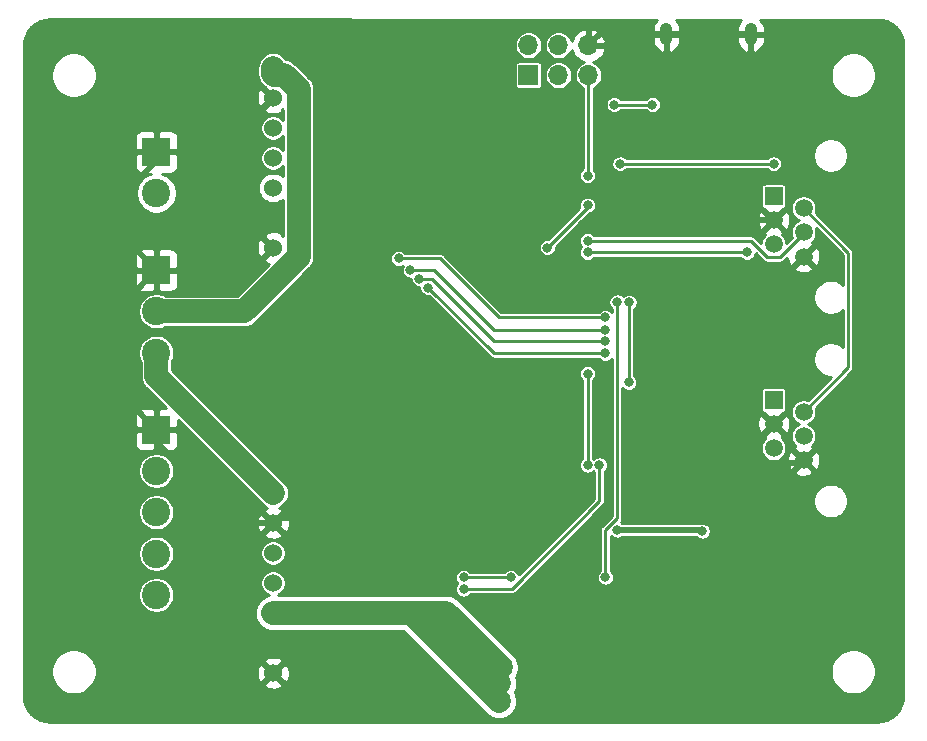
<source format=gbr>
%TF.GenerationSoftware,KiCad,Pcbnew,(5.1.8)-1*%
%TF.CreationDate,2021-08-18T15:50:37+02:00*%
%TF.ProjectId,Haubenblitzer_Treiber,48617562-656e-4626-9c69-747a65725f54,rev?*%
%TF.SameCoordinates,Original*%
%TF.FileFunction,Copper,L2,Bot*%
%TF.FilePolarity,Positive*%
%FSLAX46Y46*%
G04 Gerber Fmt 4.6, Leading zero omitted, Abs format (unit mm)*
G04 Created by KiCad (PCBNEW (5.1.8)-1) date 2021-08-18 15:50:37*
%MOMM*%
%LPD*%
G01*
G04 APERTURE LIST*
%TA.AperFunction,ComponentPad*%
%ADD10C,1.524000*%
%TD*%
%TA.AperFunction,ComponentPad*%
%ADD11C,1.520000*%
%TD*%
%TA.AperFunction,ComponentPad*%
%ADD12R,1.520000X1.520000*%
%TD*%
%TA.AperFunction,ComponentPad*%
%ADD13C,2.400000*%
%TD*%
%TA.AperFunction,ComponentPad*%
%ADD14R,2.400000X2.400000*%
%TD*%
%TA.AperFunction,ComponentPad*%
%ADD15O,1.700000X1.700000*%
%TD*%
%TA.AperFunction,ComponentPad*%
%ADD16R,1.700000X1.700000*%
%TD*%
%TA.AperFunction,ComponentPad*%
%ADD17O,1.050000X1.900000*%
%TD*%
%TA.AperFunction,ViaPad*%
%ADD18C,1.600000*%
%TD*%
%TA.AperFunction,ViaPad*%
%ADD19C,2.000000*%
%TD*%
%TA.AperFunction,ViaPad*%
%ADD20C,0.800000*%
%TD*%
%TA.AperFunction,Conductor*%
%ADD21C,0.500000*%
%TD*%
%TA.AperFunction,Conductor*%
%ADD22C,2.000000*%
%TD*%
%TA.AperFunction,Conductor*%
%ADD23C,0.250000*%
%TD*%
%TA.AperFunction,Conductor*%
%ADD24C,0.254000*%
%TD*%
%TA.AperFunction,Conductor*%
%ADD25C,0.100000*%
%TD*%
G04 APERTURE END LIST*
D10*
%TO.P,U3,6*%
%TO.N,GND*%
X41380000Y-149620000D03*
%TO.P,U3,5*%
%TO.N,+12V*%
X41380000Y-144540000D03*
%TO.P,U3,4*%
%TO.N,LED1_Ref*%
X41380000Y-142000000D03*
%TO.P,U3,1*%
%TO.N,LED1_U+*%
X41380000Y-134380000D03*
%TO.P,U3,2*%
%TO.N,GND*%
X41380000Y-136920000D03*
%TO.P,U3,3*%
%TO.N,LED1_Ctrl*%
X41380000Y-139460000D03*
%TD*%
%TO.P,U4,6*%
%TO.N,GND*%
X41380000Y-185620000D03*
%TO.P,U4,5*%
%TO.N,+12V*%
X41380000Y-180540000D03*
%TO.P,U4,4*%
%TO.N,LED2_Ref*%
X41380000Y-178000000D03*
%TO.P,U4,1*%
%TO.N,LED2_U+*%
X41380000Y-170380000D03*
%TO.P,U4,2*%
%TO.N,GND*%
X41380000Y-172920000D03*
%TO.P,U4,3*%
%TO.N,LED2_Ctrl*%
X41380000Y-175460000D03*
%TD*%
D11*
%TO.P,J7,6*%
%TO.N,GND*%
X86290000Y-167600000D03*
%TO.P,J7,5*%
%TO.N,TX*%
X83750000Y-166580000D03*
%TO.P,J7,4*%
%TO.N,RX*%
X86290000Y-165560000D03*
%TO.P,J7,3*%
%TO.N,GND*%
X83750000Y-164540000D03*
%TO.P,J7,2*%
%TO.N,RJ12_V2*%
X86290000Y-163520000D03*
D12*
%TO.P,J7,1*%
%TO.N,RJ12_V1*%
X83750000Y-162500000D03*
%TD*%
D11*
%TO.P,J6,6*%
%TO.N,GND*%
X86290000Y-150350000D03*
%TO.P,J6,5*%
%TO.N,TX*%
X83750000Y-149330000D03*
%TO.P,J6,4*%
%TO.N,RX*%
X86290000Y-148310000D03*
%TO.P,J6,3*%
%TO.N,GND*%
X83750000Y-147290000D03*
%TO.P,J6,2*%
%TO.N,RJ12_V2*%
X86290000Y-146270000D03*
D12*
%TO.P,J6,1*%
%TO.N,RJ12_V1*%
X83750000Y-145250000D03*
%TD*%
D13*
%TO.P,J5,5*%
%TO.N,IO_misc4*%
X31500000Y-179000000D03*
%TO.P,J5,4*%
%TO.N,IO_misc3*%
X31500000Y-175500000D03*
%TO.P,J5,3*%
%TO.N,IO_misc2*%
X31500000Y-172000000D03*
%TO.P,J5,2*%
%TO.N,IO_misc1*%
X31500000Y-168500000D03*
D14*
%TO.P,J5,1*%
%TO.N,GND*%
X31500000Y-165000000D03*
%TD*%
D13*
%TO.P,J4,3*%
%TO.N,LED2_U+*%
X31500000Y-158500000D03*
%TO.P,J4,2*%
%TO.N,LED1_U+*%
X31500000Y-155000000D03*
D14*
%TO.P,J4,1*%
%TO.N,GND*%
X31500000Y-151500000D03*
%TD*%
D13*
%TO.P,J3,2*%
%TO.N,+12V*%
X31500000Y-145000000D03*
D14*
%TO.P,J3,1*%
%TO.N,GND*%
X31500000Y-141500000D03*
%TD*%
D15*
%TO.P,J1,6*%
%TO.N,GND*%
X68080000Y-132460000D03*
%TO.P,J1,5*%
%TO.N,RESET*%
X68080000Y-135000000D03*
%TO.P,J1,4*%
%TO.N,MOSI*%
X65540000Y-132460000D03*
%TO.P,J1,3*%
%TO.N,SCK*%
X65540000Y-135000000D03*
%TO.P,J1,2*%
%TO.N,LED1_Ref*%
X63000000Y-132460000D03*
D16*
%TO.P,J1,1*%
%TO.N,MISO*%
X63000000Y-135000000D03*
%TD*%
D17*
%TO.P,J2,6*%
%TO.N,GND*%
X74675000Y-131550000D03*
X81825000Y-131550000D03*
%TD*%
D18*
%TO.N,GND*%
X62000000Y-149500000D03*
X76000000Y-144000000D03*
X73000000Y-144000000D03*
X71625000Y-169125000D03*
X62000000Y-172500000D03*
X79250000Y-140130002D03*
D19*
X43000000Y-160000000D03*
X55000000Y-160000000D03*
X55000000Y-186500000D03*
X55000000Y-133500000D03*
X85000000Y-135000000D03*
D20*
%TO.N,LED1_Ref*%
X77700000Y-173600000D03*
X70512653Y-173512653D03*
D19*
%TO.N,+12V*%
X60500000Y-188000000D03*
X60644120Y-185144120D03*
X54960000Y-180540000D03*
D20*
%TO.N,CLK_2*%
X64595154Y-149595154D03*
X68000000Y-146000000D03*
%TO.N,RESET*%
X68000000Y-143500000D03*
%TO.N,U_bus*%
X73500000Y-137500000D03*
X70250000Y-137500000D03*
%TO.N,IO_misc4*%
X69499886Y-158544725D03*
X54500000Y-153000000D03*
%TO.N,IO_misc3*%
X69502442Y-157544727D03*
X53768941Y-152231059D03*
%TO.N,IO_misc2*%
X69447905Y-156546213D03*
X53000000Y-151500000D03*
%TO.N,IO_misc1*%
X69500000Y-155500000D03*
X52000000Y-150500000D03*
%TO.N,TX*%
X68000000Y-150000000D03*
X81500000Y-150000000D03*
%TO.N,RX*%
X68000000Y-149000000D03*
%TO.N,LED1_Ctrl*%
X68000000Y-160275000D03*
X68000000Y-168000000D03*
%TO.N,LED2_Ctrl*%
X61500000Y-177500000D03*
X57500000Y-177500000D03*
%TO.N,LED2_Ref*%
X57500000Y-178500000D03*
X69000000Y-168000000D03*
%TO.N,IO_LED*%
X71500000Y-161000000D03*
X71512653Y-154212653D03*
%TO.N,RX_LED*%
X70750000Y-142500000D03*
X83750000Y-142500000D03*
%TO.N,IO_FETctrl*%
X70500000Y-154200000D03*
X69500000Y-177500000D03*
%TD*%
D21*
%TO.N,GND*%
X38362002Y-172920000D02*
X41380000Y-172920000D01*
X31500000Y-166057998D02*
X38362002Y-172920000D01*
X31500000Y-165000000D02*
X31500000Y-166057998D01*
X29849999Y-163349999D02*
X31500000Y-165000000D01*
X29849999Y-153150001D02*
X29849999Y-163349999D01*
X31500000Y-151500000D02*
X29849999Y-153150001D01*
X29649999Y-149649999D02*
X31500000Y-151500000D01*
X29649999Y-144111999D02*
X29649999Y-149649999D01*
X31500000Y-142261998D02*
X29649999Y-144111999D01*
X31500000Y-141500000D02*
X31500000Y-142261998D01*
X36800000Y-141500000D02*
X41380000Y-136920000D01*
X31500000Y-141500000D02*
X36800000Y-141500000D01*
X36800000Y-145040000D02*
X36800000Y-141500000D01*
X41380000Y-149620000D02*
X36800000Y-145040000D01*
X68080000Y-132460000D02*
X69040000Y-131500000D01*
X74625000Y-131500000D02*
X74675000Y-131550000D01*
X69040000Y-131500000D02*
X74625000Y-131500000D01*
X74675000Y-131550000D02*
X81825000Y-131550000D01*
X76000000Y-144000000D02*
X73000000Y-144000000D01*
X82539999Y-165750001D02*
X83750000Y-164540000D01*
X82539999Y-167160801D02*
X82539999Y-165750001D01*
X83169199Y-167790001D02*
X82539999Y-167160801D01*
X86290000Y-167600000D02*
X86099999Y-167790001D01*
X79290000Y-147290000D02*
X76000000Y-144000000D01*
X83750000Y-147290000D02*
X79290000Y-147290000D01*
X72959999Y-167790001D02*
X84209999Y-167790001D01*
X71625000Y-169125000D02*
X72959999Y-167790001D01*
X84209999Y-167790001D02*
X83169199Y-167790001D01*
X86099999Y-167790001D02*
X84209999Y-167790001D01*
X41800000Y-172500000D02*
X41380000Y-172920000D01*
X62000000Y-172500000D02*
X41800000Y-172500000D01*
%TO.N,LED1_Ref*%
X77612653Y-173512653D02*
X77700000Y-173600000D01*
X70512653Y-173512653D02*
X77612653Y-173512653D01*
D22*
%TO.N,+12V*%
X53040000Y-180540000D02*
X60500000Y-188000000D01*
X41380000Y-180540000D02*
X53040000Y-180540000D01*
X60644120Y-185144120D02*
X56040000Y-180540000D01*
X54540000Y-180540000D02*
X60500000Y-186500000D01*
X56040000Y-180540000D02*
X54960000Y-180540000D01*
X54540000Y-180540000D02*
X53040000Y-180540000D01*
X54960000Y-180540000D02*
X54540000Y-180540000D01*
D23*
%TO.N,CLK_2*%
X68000000Y-146190308D02*
X68000000Y-146000000D01*
X64595154Y-149595154D02*
X68000000Y-146190308D01*
%TO.N,RESET*%
X68080000Y-143420000D02*
X68000000Y-143500000D01*
X68080000Y-135000000D02*
X68080000Y-143420000D01*
%TO.N,U_bus*%
X73500000Y-137500000D02*
X70250000Y-137500000D01*
D22*
%TO.N,LED2_U+*%
X31500000Y-160500000D02*
X41380000Y-170380000D01*
X31500000Y-158500000D02*
X31500000Y-160500000D01*
%TO.N,LED1_U+*%
X43542001Y-150361761D02*
X38903762Y-155000000D01*
X43542001Y-136178239D02*
X43542001Y-150361761D01*
X42321761Y-134957999D02*
X43542001Y-136178239D01*
X41457999Y-134957999D02*
X42321761Y-134957999D01*
X41380000Y-134880000D02*
X41457999Y-134957999D01*
X38903762Y-155000000D02*
X31500000Y-155000000D01*
X41380000Y-134380000D02*
X41380000Y-134880000D01*
D23*
%TO.N,IO_misc4*%
X60044725Y-158544725D02*
X69499886Y-158544725D01*
X54500000Y-153000000D02*
X60044725Y-158544725D01*
%TO.N,IO_misc3*%
X54804061Y-152231059D02*
X53768941Y-152231059D01*
X60117729Y-157544727D02*
X54804061Y-152231059D01*
X69502442Y-157544727D02*
X60117729Y-157544727D01*
%TO.N,IO_misc2*%
X69447905Y-156546213D02*
X60046213Y-156546213D01*
X55000000Y-151500000D02*
X53000000Y-151500000D01*
X60046213Y-156546213D02*
X55000000Y-151500000D01*
%TO.N,IO_misc1*%
X55500000Y-150500000D02*
X52000000Y-150500000D01*
X60500000Y-155500000D02*
X55500000Y-150500000D01*
X69500000Y-155500000D02*
X60500000Y-155500000D01*
%TO.N,TX*%
X68000000Y-150000000D02*
X81500000Y-150000000D01*
%TO.N,RX*%
X84270801Y-150415001D02*
X86290000Y-148395802D01*
X83229199Y-150415001D02*
X84270801Y-150415001D01*
X86290000Y-148395802D02*
X86290000Y-148310000D01*
X81814198Y-149000000D02*
X83229199Y-150415001D01*
X68000000Y-149000000D02*
X81814198Y-149000000D01*
%TO.N,LED1_Ctrl*%
X68000000Y-160275000D02*
X68000000Y-168000000D01*
%TO.N,LED2_Ctrl*%
X61500000Y-177500000D02*
X57500000Y-177500000D01*
%TO.N,LED2_Ref*%
X69000000Y-171073002D02*
X69000000Y-168000000D01*
X61573002Y-178500000D02*
X69000000Y-171073002D01*
X57500000Y-178500000D02*
X61573002Y-178500000D01*
%TO.N,IO_LED*%
X71512653Y-160987347D02*
X71500000Y-161000000D01*
X71512653Y-154212653D02*
X71512653Y-160987347D01*
%TO.N,RX_LED*%
X70750000Y-142500000D02*
X83750000Y-142500000D01*
%TO.N,IO_FETctrl*%
X70500000Y-154200000D02*
X70500000Y-172500000D01*
X69500000Y-173500000D02*
X70500000Y-172500000D01*
X69500000Y-177500000D02*
X69500000Y-173500000D01*
%TO.N,RJ12_V2*%
X90065001Y-150045001D02*
X90065001Y-159744999D01*
X90065001Y-159744999D02*
X86290000Y-163520000D01*
X86290000Y-146270000D02*
X90065001Y-150045001D01*
%TD*%
D24*
%TO.N,GND*%
X73870540Y-130287379D02*
X73781053Y-130374941D01*
X73651901Y-130563754D01*
X73562066Y-130774135D01*
X73515000Y-130998000D01*
X73515000Y-131423000D01*
X74548000Y-131423000D01*
X74548000Y-131403000D01*
X74802000Y-131403000D01*
X74802000Y-131423000D01*
X75835000Y-131423000D01*
X75835000Y-130998000D01*
X75787934Y-130774135D01*
X75698099Y-130563754D01*
X75568947Y-130374941D01*
X75480593Y-130288488D01*
X81015511Y-130292300D01*
X80931053Y-130374941D01*
X80801901Y-130563754D01*
X80712066Y-130774135D01*
X80665000Y-130998000D01*
X80665000Y-131423000D01*
X81698000Y-131423000D01*
X81698000Y-131403000D01*
X81952000Y-131403000D01*
X81952000Y-131423000D01*
X82985000Y-131423000D01*
X82985000Y-130998000D01*
X82937934Y-130774135D01*
X82848099Y-130563754D01*
X82718947Y-130374941D01*
X82635629Y-130293416D01*
X92952745Y-130300522D01*
X93360169Y-130424384D01*
X93746941Y-130630986D01*
X94086223Y-130908783D01*
X94365081Y-131247186D01*
X94572901Y-131633308D01*
X94701764Y-132052442D01*
X94748000Y-132500621D01*
X94748001Y-187487668D01*
X94704002Y-187936401D01*
X94577264Y-188356182D01*
X94371400Y-188743355D01*
X94094259Y-189083166D01*
X93756387Y-189362676D01*
X93370669Y-189571234D01*
X92951784Y-189700900D01*
X92503798Y-189747986D01*
X92499691Y-189748000D01*
X22512322Y-189748000D01*
X22063599Y-189704002D01*
X21643818Y-189577264D01*
X21256645Y-189371400D01*
X20916834Y-189094259D01*
X20637324Y-188756387D01*
X20428766Y-188370669D01*
X20299100Y-187951784D01*
X20252014Y-187503798D01*
X20252000Y-187499691D01*
X20252000Y-185310207D01*
X22573000Y-185310207D01*
X22573000Y-185689793D01*
X22647053Y-186062085D01*
X22792315Y-186412777D01*
X23003201Y-186728391D01*
X23271609Y-186996799D01*
X23587223Y-187207685D01*
X23937915Y-187352947D01*
X24310207Y-187427000D01*
X24689793Y-187427000D01*
X25062085Y-187352947D01*
X25412777Y-187207685D01*
X25728391Y-186996799D01*
X25996799Y-186728391D01*
X26092232Y-186585565D01*
X40594040Y-186585565D01*
X40661020Y-186825656D01*
X40910048Y-186942756D01*
X41177135Y-187009023D01*
X41452017Y-187021910D01*
X41724133Y-186980922D01*
X41983023Y-186887636D01*
X42098980Y-186825656D01*
X42165960Y-186585565D01*
X41380000Y-185799605D01*
X40594040Y-186585565D01*
X26092232Y-186585565D01*
X26207685Y-186412777D01*
X26352947Y-186062085D01*
X26426557Y-185692017D01*
X39978090Y-185692017D01*
X40019078Y-185964133D01*
X40112364Y-186223023D01*
X40174344Y-186338980D01*
X40414435Y-186405960D01*
X41200395Y-185620000D01*
X41559605Y-185620000D01*
X42345565Y-186405960D01*
X42585656Y-186338980D01*
X42702756Y-186089952D01*
X42769023Y-185822865D01*
X42781910Y-185547983D01*
X42740922Y-185275867D01*
X42647636Y-185016977D01*
X42585656Y-184901020D01*
X42345565Y-184834040D01*
X41559605Y-185620000D01*
X41200395Y-185620000D01*
X40414435Y-184834040D01*
X40174344Y-184901020D01*
X40057244Y-185150048D01*
X39990977Y-185417135D01*
X39978090Y-185692017D01*
X26426557Y-185692017D01*
X26427000Y-185689793D01*
X26427000Y-185310207D01*
X26352947Y-184937915D01*
X26235526Y-184654435D01*
X40594040Y-184654435D01*
X41380000Y-185440395D01*
X42165960Y-184654435D01*
X42098980Y-184414344D01*
X41849952Y-184297244D01*
X41582865Y-184230977D01*
X41307983Y-184218090D01*
X41035867Y-184259078D01*
X40776977Y-184352364D01*
X40661020Y-184414344D01*
X40594040Y-184654435D01*
X26235526Y-184654435D01*
X26207685Y-184587223D01*
X25996799Y-184271609D01*
X25728391Y-184003201D01*
X25412777Y-183792315D01*
X25062085Y-183647053D01*
X24689793Y-183573000D01*
X24310207Y-183573000D01*
X23937915Y-183647053D01*
X23587223Y-183792315D01*
X23271609Y-184003201D01*
X23003201Y-184271609D01*
X22792315Y-184587223D01*
X22647053Y-184937915D01*
X22573000Y-185310207D01*
X20252000Y-185310207D01*
X20252000Y-180540000D01*
X39845612Y-180540000D01*
X39875095Y-180839344D01*
X39962410Y-181127185D01*
X40104203Y-181392460D01*
X40295024Y-181624976D01*
X40527540Y-181815797D01*
X40792815Y-181957590D01*
X41080656Y-182044905D01*
X41304989Y-182067000D01*
X52407497Y-182067000D01*
X59313899Y-188973403D01*
X59313901Y-188973406D01*
X59526594Y-189186099D01*
X59589281Y-189227985D01*
X59647539Y-189275796D01*
X59714007Y-189311324D01*
X59776694Y-189353210D01*
X59846346Y-189382061D01*
X59912814Y-189417589D01*
X59984933Y-189439466D01*
X60054590Y-189468319D01*
X60128540Y-189483028D01*
X60200655Y-189504904D01*
X60275655Y-189512291D01*
X60349604Y-189527000D01*
X60424998Y-189527000D01*
X60499999Y-189534387D01*
X60575000Y-189527000D01*
X60650396Y-189527000D01*
X60724346Y-189512291D01*
X60799344Y-189504904D01*
X60871456Y-189483029D01*
X60945410Y-189468319D01*
X61015072Y-189439464D01*
X61087184Y-189417589D01*
X61153646Y-189382064D01*
X61223306Y-189353210D01*
X61285998Y-189311321D01*
X61352460Y-189275796D01*
X61410715Y-189227988D01*
X61473406Y-189186099D01*
X61526719Y-189132786D01*
X61584976Y-189084976D01*
X61632786Y-189026719D01*
X61686099Y-188973406D01*
X61727988Y-188910715D01*
X61775796Y-188852460D01*
X61811321Y-188785998D01*
X61853210Y-188723306D01*
X61882064Y-188653646D01*
X61917589Y-188587184D01*
X61939464Y-188515072D01*
X61968319Y-188445410D01*
X61983029Y-188371456D01*
X62004904Y-188299344D01*
X62012291Y-188224346D01*
X62027000Y-188150396D01*
X62027000Y-188075000D01*
X62034387Y-187999999D01*
X62027000Y-187924998D01*
X62027000Y-187849604D01*
X62012291Y-187775655D01*
X62004904Y-187700655D01*
X61983028Y-187628540D01*
X61968319Y-187554590D01*
X61939466Y-187484933D01*
X61917589Y-187412814D01*
X61882061Y-187346346D01*
X61853210Y-187276694D01*
X61832701Y-187246000D01*
X61917590Y-187087185D01*
X62004905Y-186799344D01*
X62034387Y-186500000D01*
X62004905Y-186200655D01*
X61934642Y-185969029D01*
X61955443Y-185930115D01*
X61997330Y-185867426D01*
X62026180Y-185797776D01*
X62061710Y-185731305D01*
X62083587Y-185659183D01*
X62112439Y-185589530D01*
X62127148Y-185515579D01*
X62149024Y-185443464D01*
X62156411Y-185368466D01*
X62167998Y-185310207D01*
X88573000Y-185310207D01*
X88573000Y-185689793D01*
X88647053Y-186062085D01*
X88792315Y-186412777D01*
X89003201Y-186728391D01*
X89271609Y-186996799D01*
X89587223Y-187207685D01*
X89937915Y-187352947D01*
X90310207Y-187427000D01*
X90689793Y-187427000D01*
X91062085Y-187352947D01*
X91412777Y-187207685D01*
X91728391Y-186996799D01*
X91996799Y-186728391D01*
X92207685Y-186412777D01*
X92352947Y-186062085D01*
X92427000Y-185689793D01*
X92427000Y-185310207D01*
X92352947Y-184937915D01*
X92207685Y-184587223D01*
X91996799Y-184271609D01*
X91728391Y-184003201D01*
X91412777Y-183792315D01*
X91062085Y-183647053D01*
X90689793Y-183573000D01*
X90310207Y-183573000D01*
X89937915Y-183647053D01*
X89587223Y-183792315D01*
X89271609Y-184003201D01*
X89003201Y-184271609D01*
X88792315Y-184587223D01*
X88647053Y-184937915D01*
X88573000Y-185310207D01*
X62167998Y-185310207D01*
X62171120Y-185294516D01*
X62171120Y-185219121D01*
X62178507Y-185144120D01*
X62171120Y-185069119D01*
X62171120Y-184993724D01*
X62156411Y-184919775D01*
X62149024Y-184844775D01*
X62127148Y-184772659D01*
X62112439Y-184698710D01*
X62083588Y-184629057D01*
X62061710Y-184556935D01*
X62026180Y-184490463D01*
X61997330Y-184420814D01*
X61955445Y-184358128D01*
X61919916Y-184291659D01*
X61872105Y-184233401D01*
X61830219Y-184170714D01*
X61617526Y-183958021D01*
X61617523Y-183958019D01*
X57172797Y-179513294D01*
X57124976Y-179455024D01*
X56892460Y-179264203D01*
X56627185Y-179122410D01*
X56339344Y-179035095D01*
X56115011Y-179013000D01*
X56115001Y-179013000D01*
X56040000Y-179005613D01*
X55964999Y-179013000D01*
X54615001Y-179013000D01*
X54540000Y-179005613D01*
X54464999Y-179013000D01*
X53115001Y-179013000D01*
X53040000Y-179005613D01*
X52964999Y-179013000D01*
X41780095Y-179013000D01*
X41895835Y-178965059D01*
X42074197Y-178845881D01*
X42225881Y-178694197D01*
X42345059Y-178515835D01*
X42427150Y-178317650D01*
X42469000Y-178107257D01*
X42469000Y-177892743D01*
X42427150Y-177682350D01*
X42345059Y-177484165D01*
X42307796Y-177428397D01*
X56773000Y-177428397D01*
X56773000Y-177571603D01*
X56800938Y-177712058D01*
X56855741Y-177844364D01*
X56935302Y-177963436D01*
X56971866Y-178000000D01*
X56935302Y-178036564D01*
X56855741Y-178155636D01*
X56800938Y-178287942D01*
X56773000Y-178428397D01*
X56773000Y-178571603D01*
X56800938Y-178712058D01*
X56855741Y-178844364D01*
X56935302Y-178963436D01*
X57036564Y-179064698D01*
X57155636Y-179144259D01*
X57287942Y-179199062D01*
X57428397Y-179227000D01*
X57571603Y-179227000D01*
X57712058Y-179199062D01*
X57844364Y-179144259D01*
X57963436Y-179064698D01*
X58064698Y-178963436D01*
X58072339Y-178952000D01*
X61550797Y-178952000D01*
X61573002Y-178954187D01*
X61595207Y-178952000D01*
X61661609Y-178945460D01*
X61746812Y-178919614D01*
X61825335Y-178877643D01*
X61894161Y-178821159D01*
X61908325Y-178803900D01*
X69303912Y-171408315D01*
X69321159Y-171394161D01*
X69377643Y-171325335D01*
X69419614Y-171246812D01*
X69445460Y-171161609D01*
X69452000Y-171095207D01*
X69452000Y-171095206D01*
X69454187Y-171073003D01*
X69452000Y-171050798D01*
X69452000Y-168572339D01*
X69463436Y-168564698D01*
X69564698Y-168463436D01*
X69644259Y-168344364D01*
X69699062Y-168212058D01*
X69727000Y-168071603D01*
X69727000Y-167928397D01*
X69699062Y-167787942D01*
X69644259Y-167655636D01*
X69564698Y-167536564D01*
X69463436Y-167435302D01*
X69344364Y-167355741D01*
X69212058Y-167300938D01*
X69071603Y-167273000D01*
X68928397Y-167273000D01*
X68787942Y-167300938D01*
X68655636Y-167355741D01*
X68536564Y-167435302D01*
X68500000Y-167471866D01*
X68463436Y-167435302D01*
X68452000Y-167427661D01*
X68452000Y-160847339D01*
X68463436Y-160839698D01*
X68564698Y-160738436D01*
X68644259Y-160619364D01*
X68699062Y-160487058D01*
X68727000Y-160346603D01*
X68727000Y-160203397D01*
X68699062Y-160062942D01*
X68644259Y-159930636D01*
X68564698Y-159811564D01*
X68463436Y-159710302D01*
X68344364Y-159630741D01*
X68212058Y-159575938D01*
X68071603Y-159548000D01*
X67928397Y-159548000D01*
X67787942Y-159575938D01*
X67655636Y-159630741D01*
X67536564Y-159710302D01*
X67435302Y-159811564D01*
X67355741Y-159930636D01*
X67300938Y-160062942D01*
X67273000Y-160203397D01*
X67273000Y-160346603D01*
X67300938Y-160487058D01*
X67355741Y-160619364D01*
X67435302Y-160738436D01*
X67536564Y-160839698D01*
X67548000Y-160847339D01*
X67548001Y-167427660D01*
X67536564Y-167435302D01*
X67435302Y-167536564D01*
X67355741Y-167655636D01*
X67300938Y-167787942D01*
X67273000Y-167928397D01*
X67273000Y-168071603D01*
X67300938Y-168212058D01*
X67355741Y-168344364D01*
X67435302Y-168463436D01*
X67536564Y-168564698D01*
X67655636Y-168644259D01*
X67787942Y-168699062D01*
X67928397Y-168727000D01*
X68071603Y-168727000D01*
X68212058Y-168699062D01*
X68344364Y-168644259D01*
X68463436Y-168564698D01*
X68500000Y-168528134D01*
X68536564Y-168564698D01*
X68548001Y-168572340D01*
X68548000Y-170885777D01*
X62183473Y-177250306D01*
X62144259Y-177155636D01*
X62064698Y-177036564D01*
X61963436Y-176935302D01*
X61844364Y-176855741D01*
X61712058Y-176800938D01*
X61571603Y-176773000D01*
X61428397Y-176773000D01*
X61287942Y-176800938D01*
X61155636Y-176855741D01*
X61036564Y-176935302D01*
X60935302Y-177036564D01*
X60927661Y-177048000D01*
X58072339Y-177048000D01*
X58064698Y-177036564D01*
X57963436Y-176935302D01*
X57844364Y-176855741D01*
X57712058Y-176800938D01*
X57571603Y-176773000D01*
X57428397Y-176773000D01*
X57287942Y-176800938D01*
X57155636Y-176855741D01*
X57036564Y-176935302D01*
X56935302Y-177036564D01*
X56855741Y-177155636D01*
X56800938Y-177287942D01*
X56773000Y-177428397D01*
X42307796Y-177428397D01*
X42225881Y-177305803D01*
X42074197Y-177154119D01*
X41895835Y-177034941D01*
X41697650Y-176952850D01*
X41487257Y-176911000D01*
X41272743Y-176911000D01*
X41062350Y-176952850D01*
X40864165Y-177034941D01*
X40685803Y-177154119D01*
X40534119Y-177305803D01*
X40414941Y-177484165D01*
X40332850Y-177682350D01*
X40291000Y-177892743D01*
X40291000Y-178107257D01*
X40332850Y-178317650D01*
X40414941Y-178515835D01*
X40534119Y-178694197D01*
X40685803Y-178845881D01*
X40864165Y-178965059D01*
X41053289Y-179043397D01*
X40792815Y-179122410D01*
X40527540Y-179264203D01*
X40295024Y-179455024D01*
X40104203Y-179687540D01*
X39962410Y-179952815D01*
X39875095Y-180240656D01*
X39845612Y-180540000D01*
X20252000Y-180540000D01*
X20252000Y-178849604D01*
X29973000Y-178849604D01*
X29973000Y-179150396D01*
X30031681Y-179445410D01*
X30146790Y-179723306D01*
X30313901Y-179973406D01*
X30526594Y-180186099D01*
X30776694Y-180353210D01*
X31054590Y-180468319D01*
X31349604Y-180527000D01*
X31650396Y-180527000D01*
X31945410Y-180468319D01*
X32223306Y-180353210D01*
X32473406Y-180186099D01*
X32686099Y-179973406D01*
X32853210Y-179723306D01*
X32968319Y-179445410D01*
X33027000Y-179150396D01*
X33027000Y-178849604D01*
X32968319Y-178554590D01*
X32853210Y-178276694D01*
X32686099Y-178026594D01*
X32473406Y-177813901D01*
X32223306Y-177646790D01*
X31945410Y-177531681D01*
X31650396Y-177473000D01*
X31349604Y-177473000D01*
X31054590Y-177531681D01*
X30776694Y-177646790D01*
X30526594Y-177813901D01*
X30313901Y-178026594D01*
X30146790Y-178276694D01*
X30031681Y-178554590D01*
X29973000Y-178849604D01*
X20252000Y-178849604D01*
X20252000Y-175349604D01*
X29973000Y-175349604D01*
X29973000Y-175650396D01*
X30031681Y-175945410D01*
X30146790Y-176223306D01*
X30313901Y-176473406D01*
X30526594Y-176686099D01*
X30776694Y-176853210D01*
X31054590Y-176968319D01*
X31349604Y-177027000D01*
X31650396Y-177027000D01*
X31945410Y-176968319D01*
X32223306Y-176853210D01*
X32473406Y-176686099D01*
X32686099Y-176473406D01*
X32853210Y-176223306D01*
X32968319Y-175945410D01*
X33027000Y-175650396D01*
X33027000Y-175352743D01*
X40291000Y-175352743D01*
X40291000Y-175567257D01*
X40332850Y-175777650D01*
X40414941Y-175975835D01*
X40534119Y-176154197D01*
X40685803Y-176305881D01*
X40864165Y-176425059D01*
X41062350Y-176507150D01*
X41272743Y-176549000D01*
X41487257Y-176549000D01*
X41697650Y-176507150D01*
X41895835Y-176425059D01*
X42074197Y-176305881D01*
X42225881Y-176154197D01*
X42345059Y-175975835D01*
X42427150Y-175777650D01*
X42469000Y-175567257D01*
X42469000Y-175352743D01*
X42427150Y-175142350D01*
X42345059Y-174944165D01*
X42225881Y-174765803D01*
X42074197Y-174614119D01*
X41895835Y-174494941D01*
X41697650Y-174412850D01*
X41487257Y-174371000D01*
X41272743Y-174371000D01*
X41062350Y-174412850D01*
X40864165Y-174494941D01*
X40685803Y-174614119D01*
X40534119Y-174765803D01*
X40414941Y-174944165D01*
X40332850Y-175142350D01*
X40291000Y-175352743D01*
X33027000Y-175352743D01*
X33027000Y-175349604D01*
X32968319Y-175054590D01*
X32853210Y-174776694D01*
X32686099Y-174526594D01*
X32473406Y-174313901D01*
X32223306Y-174146790D01*
X31945410Y-174031681D01*
X31650396Y-173973000D01*
X31349604Y-173973000D01*
X31054590Y-174031681D01*
X30776694Y-174146790D01*
X30526594Y-174313901D01*
X30313901Y-174526594D01*
X30146790Y-174776694D01*
X30031681Y-175054590D01*
X29973000Y-175349604D01*
X20252000Y-175349604D01*
X20252000Y-173885565D01*
X40594040Y-173885565D01*
X40661020Y-174125656D01*
X40910048Y-174242756D01*
X41177135Y-174309023D01*
X41452017Y-174321910D01*
X41724133Y-174280922D01*
X41983023Y-174187636D01*
X42098980Y-174125656D01*
X42165960Y-173885565D01*
X41380000Y-173099605D01*
X40594040Y-173885565D01*
X20252000Y-173885565D01*
X20252000Y-171849604D01*
X29973000Y-171849604D01*
X29973000Y-172150396D01*
X30031681Y-172445410D01*
X30146790Y-172723306D01*
X30313901Y-172973406D01*
X30526594Y-173186099D01*
X30776694Y-173353210D01*
X31054590Y-173468319D01*
X31349604Y-173527000D01*
X31650396Y-173527000D01*
X31945410Y-173468319D01*
X32223306Y-173353210D01*
X32473406Y-173186099D01*
X32667488Y-172992017D01*
X39978090Y-172992017D01*
X40019078Y-173264133D01*
X40112364Y-173523023D01*
X40174344Y-173638980D01*
X40414435Y-173705960D01*
X41200395Y-172920000D01*
X41559605Y-172920000D01*
X42345565Y-173705960D01*
X42585656Y-173638980D01*
X42702756Y-173389952D01*
X42769023Y-173122865D01*
X42781910Y-172847983D01*
X42740922Y-172575867D01*
X42647636Y-172316977D01*
X42585656Y-172201020D01*
X42345565Y-172134040D01*
X41559605Y-172920000D01*
X41200395Y-172920000D01*
X40414435Y-172134040D01*
X40174344Y-172201020D01*
X40057244Y-172450048D01*
X39990977Y-172717135D01*
X39978090Y-172992017D01*
X32667488Y-172992017D01*
X32686099Y-172973406D01*
X32853210Y-172723306D01*
X32968319Y-172445410D01*
X33027000Y-172150396D01*
X33027000Y-171849604D01*
X32968319Y-171554590D01*
X32853210Y-171276694D01*
X32686099Y-171026594D01*
X32473406Y-170813901D01*
X32223306Y-170646790D01*
X31945410Y-170531681D01*
X31650396Y-170473000D01*
X31349604Y-170473000D01*
X31054590Y-170531681D01*
X30776694Y-170646790D01*
X30526594Y-170813901D01*
X30313901Y-171026594D01*
X30146790Y-171276694D01*
X30031681Y-171554590D01*
X29973000Y-171849604D01*
X20252000Y-171849604D01*
X20252000Y-168349604D01*
X29973000Y-168349604D01*
X29973000Y-168650396D01*
X30031681Y-168945410D01*
X30146790Y-169223306D01*
X30313901Y-169473406D01*
X30526594Y-169686099D01*
X30776694Y-169853210D01*
X31054590Y-169968319D01*
X31349604Y-170027000D01*
X31650396Y-170027000D01*
X31945410Y-169968319D01*
X32223306Y-169853210D01*
X32473406Y-169686099D01*
X32686099Y-169473406D01*
X32853210Y-169223306D01*
X32968319Y-168945410D01*
X33027000Y-168650396D01*
X33027000Y-168349604D01*
X32968319Y-168054590D01*
X32853210Y-167776694D01*
X32686099Y-167526594D01*
X32473406Y-167313901D01*
X32223306Y-167146790D01*
X31945410Y-167031681D01*
X31650396Y-166973000D01*
X31349604Y-166973000D01*
X31054590Y-167031681D01*
X30776694Y-167146790D01*
X30526594Y-167313901D01*
X30313901Y-167526594D01*
X30146790Y-167776694D01*
X30031681Y-168054590D01*
X29973000Y-168349604D01*
X20252000Y-168349604D01*
X20252000Y-166200000D01*
X29661928Y-166200000D01*
X29674188Y-166324482D01*
X29710498Y-166444180D01*
X29769463Y-166554494D01*
X29848815Y-166651185D01*
X29945506Y-166730537D01*
X30055820Y-166789502D01*
X30175518Y-166825812D01*
X30300000Y-166838072D01*
X31214250Y-166835000D01*
X31373000Y-166676250D01*
X31373000Y-165127000D01*
X31627000Y-165127000D01*
X31627000Y-166676250D01*
X31785750Y-166835000D01*
X32700000Y-166838072D01*
X32824482Y-166825812D01*
X32944180Y-166789502D01*
X33054494Y-166730537D01*
X33151185Y-166651185D01*
X33230537Y-166554494D01*
X33289502Y-166444180D01*
X33325812Y-166324482D01*
X33338072Y-166200000D01*
X33335000Y-165285750D01*
X33176250Y-165127000D01*
X31627000Y-165127000D01*
X31373000Y-165127000D01*
X29823750Y-165127000D01*
X29665000Y-165285750D01*
X29661928Y-166200000D01*
X20252000Y-166200000D01*
X20252000Y-163800000D01*
X29661928Y-163800000D01*
X29665000Y-164714250D01*
X29823750Y-164873000D01*
X31373000Y-164873000D01*
X31373000Y-163323750D01*
X31214250Y-163165000D01*
X30300000Y-163161928D01*
X30175518Y-163174188D01*
X30055820Y-163210498D01*
X29945506Y-163269463D01*
X29848815Y-163348815D01*
X29769463Y-163445506D01*
X29710498Y-163555820D01*
X29674188Y-163675518D01*
X29661928Y-163800000D01*
X20252000Y-163800000D01*
X20252000Y-158349604D01*
X29973000Y-158349604D01*
X29973000Y-158650396D01*
X30031681Y-158945410D01*
X30146790Y-159223306D01*
X30173000Y-159262533D01*
X30173001Y-160434817D01*
X30166581Y-160500000D01*
X30192202Y-160760137D01*
X30268081Y-161010277D01*
X30391302Y-161240808D01*
X30515578Y-161392238D01*
X30557131Y-161442870D01*
X30607761Y-161484421D01*
X32286657Y-163163317D01*
X31785750Y-163165000D01*
X31627000Y-163323750D01*
X31627000Y-164873000D01*
X33176250Y-164873000D01*
X33335000Y-164714250D01*
X33336683Y-164213343D01*
X40487761Y-171364422D01*
X40639191Y-171488698D01*
X40869722Y-171611919D01*
X40880309Y-171615130D01*
X40776977Y-171652364D01*
X40661020Y-171714344D01*
X40594040Y-171954435D01*
X41380000Y-172740395D01*
X42165960Y-171954435D01*
X42098980Y-171714344D01*
X41884735Y-171613600D01*
X41890277Y-171611919D01*
X42120808Y-171488698D01*
X42322870Y-171322870D01*
X42488698Y-171120808D01*
X42611919Y-170890277D01*
X42687798Y-170640137D01*
X42713419Y-170380000D01*
X42687798Y-170119862D01*
X42611919Y-169869722D01*
X42488698Y-169639191D01*
X42364422Y-169487761D01*
X32827000Y-159950340D01*
X32827000Y-159262532D01*
X32853210Y-159223306D01*
X32968319Y-158945410D01*
X33027000Y-158650396D01*
X33027000Y-158349604D01*
X32968319Y-158054590D01*
X32853210Y-157776694D01*
X32686099Y-157526594D01*
X32473406Y-157313901D01*
X32223306Y-157146790D01*
X31945410Y-157031681D01*
X31650396Y-156973000D01*
X31349604Y-156973000D01*
X31054590Y-157031681D01*
X30776694Y-157146790D01*
X30526594Y-157313901D01*
X30313901Y-157526594D01*
X30146790Y-157776694D01*
X30031681Y-158054590D01*
X29973000Y-158349604D01*
X20252000Y-158349604D01*
X20252000Y-154849604D01*
X29973000Y-154849604D01*
X29973000Y-155150396D01*
X30031681Y-155445410D01*
X30146790Y-155723306D01*
X30313901Y-155973406D01*
X30526594Y-156186099D01*
X30776694Y-156353210D01*
X31054590Y-156468319D01*
X31349604Y-156527000D01*
X31650396Y-156527000D01*
X31945410Y-156468319D01*
X32223306Y-156353210D01*
X32262532Y-156327000D01*
X38838588Y-156327000D01*
X38903762Y-156333419D01*
X38968936Y-156327000D01*
X38968946Y-156327000D01*
X39163899Y-156307799D01*
X39414040Y-156231919D01*
X39644570Y-156108698D01*
X39846632Y-155942870D01*
X39888187Y-155892235D01*
X44434247Y-151346177D01*
X44484871Y-151304631D01*
X44526417Y-151254007D01*
X44526423Y-151254001D01*
X44650698Y-151102571D01*
X44700700Y-151009023D01*
X44773920Y-150872039D01*
X44849800Y-150621898D01*
X44868857Y-150428397D01*
X51273000Y-150428397D01*
X51273000Y-150571603D01*
X51300938Y-150712058D01*
X51355741Y-150844364D01*
X51435302Y-150963436D01*
X51536564Y-151064698D01*
X51655636Y-151144259D01*
X51787942Y-151199062D01*
X51928397Y-151227000D01*
X52071603Y-151227000D01*
X52212058Y-151199062D01*
X52344364Y-151144259D01*
X52378650Y-151121350D01*
X52355741Y-151155636D01*
X52300938Y-151287942D01*
X52273000Y-151428397D01*
X52273000Y-151571603D01*
X52300938Y-151712058D01*
X52355741Y-151844364D01*
X52435302Y-151963436D01*
X52536564Y-152064698D01*
X52655636Y-152144259D01*
X52787942Y-152199062D01*
X52928397Y-152227000D01*
X53041941Y-152227000D01*
X53041941Y-152302662D01*
X53069879Y-152443117D01*
X53124682Y-152575423D01*
X53204243Y-152694495D01*
X53305505Y-152795757D01*
X53424577Y-152875318D01*
X53556883Y-152930121D01*
X53697338Y-152958059D01*
X53773000Y-152958059D01*
X53773000Y-153071603D01*
X53800938Y-153212058D01*
X53855741Y-153344364D01*
X53935302Y-153463436D01*
X54036564Y-153564698D01*
X54155636Y-153644259D01*
X54287942Y-153699062D01*
X54428397Y-153727000D01*
X54571603Y-153727000D01*
X54585093Y-153724317D01*
X59709411Y-158848636D01*
X59723566Y-158865884D01*
X59792392Y-158922368D01*
X59870915Y-158964339D01*
X59936287Y-158984169D01*
X59956117Y-158990185D01*
X60044724Y-158998912D01*
X60066929Y-158996725D01*
X68927547Y-158996725D01*
X68935188Y-159008161D01*
X69036450Y-159109423D01*
X69155522Y-159188984D01*
X69287828Y-159243787D01*
X69428283Y-159271725D01*
X69571489Y-159271725D01*
X69711944Y-159243787D01*
X69844250Y-159188984D01*
X69963322Y-159109423D01*
X70048000Y-159024745D01*
X70048001Y-172312775D01*
X69196096Y-173164681D01*
X69178842Y-173178841D01*
X69151600Y-173212036D01*
X69122358Y-173247667D01*
X69080386Y-173326191D01*
X69054540Y-173411393D01*
X69045813Y-173500000D01*
X69048001Y-173522215D01*
X69048000Y-176927661D01*
X69036564Y-176935302D01*
X68935302Y-177036564D01*
X68855741Y-177155636D01*
X68800938Y-177287942D01*
X68773000Y-177428397D01*
X68773000Y-177571603D01*
X68800938Y-177712058D01*
X68855741Y-177844364D01*
X68935302Y-177963436D01*
X69036564Y-178064698D01*
X69155636Y-178144259D01*
X69287942Y-178199062D01*
X69428397Y-178227000D01*
X69571603Y-178227000D01*
X69712058Y-178199062D01*
X69844364Y-178144259D01*
X69963436Y-178064698D01*
X70064698Y-177963436D01*
X70144259Y-177844364D01*
X70199062Y-177712058D01*
X70227000Y-177571603D01*
X70227000Y-177428397D01*
X70199062Y-177287942D01*
X70144259Y-177155636D01*
X70064698Y-177036564D01*
X69963436Y-176935302D01*
X69952000Y-176927661D01*
X69952000Y-173980134D01*
X70049217Y-174077351D01*
X70168289Y-174156912D01*
X70300595Y-174211715D01*
X70441050Y-174239653D01*
X70584256Y-174239653D01*
X70724711Y-174211715D01*
X70857017Y-174156912D01*
X70957678Y-174089653D01*
X77161519Y-174089653D01*
X77236564Y-174164698D01*
X77355636Y-174244259D01*
X77487942Y-174299062D01*
X77628397Y-174327000D01*
X77771603Y-174327000D01*
X77912058Y-174299062D01*
X78044364Y-174244259D01*
X78163436Y-174164698D01*
X78264698Y-174063436D01*
X78344259Y-173944364D01*
X78399062Y-173812058D01*
X78427000Y-173671603D01*
X78427000Y-173528397D01*
X78399062Y-173387942D01*
X78344259Y-173255636D01*
X78264698Y-173136564D01*
X78163436Y-173035302D01*
X78044364Y-172955741D01*
X77912058Y-172900938D01*
X77771603Y-172873000D01*
X77628397Y-172873000D01*
X77487942Y-172900938D01*
X77404133Y-172935653D01*
X70957678Y-172935653D01*
X70857017Y-172868394D01*
X70796074Y-172843150D01*
X70803905Y-172835319D01*
X70821159Y-172821159D01*
X70877643Y-172752333D01*
X70919614Y-172673810D01*
X70945460Y-172588607D01*
X70952000Y-172522205D01*
X70954187Y-172500000D01*
X70952000Y-172477795D01*
X70952000Y-170904528D01*
X87113000Y-170904528D01*
X87113000Y-171195472D01*
X87169760Y-171480825D01*
X87281099Y-171749622D01*
X87442739Y-171991533D01*
X87648467Y-172197261D01*
X87890378Y-172358901D01*
X88159175Y-172470240D01*
X88444528Y-172527000D01*
X88735472Y-172527000D01*
X89020825Y-172470240D01*
X89289622Y-172358901D01*
X89531533Y-172197261D01*
X89737261Y-171991533D01*
X89898901Y-171749622D01*
X90010240Y-171480825D01*
X90067000Y-171195472D01*
X90067000Y-170904528D01*
X90010240Y-170619175D01*
X89898901Y-170350378D01*
X89737261Y-170108467D01*
X89531533Y-169902739D01*
X89289622Y-169741099D01*
X89020825Y-169629760D01*
X88735472Y-169573000D01*
X88444528Y-169573000D01*
X88159175Y-169629760D01*
X87890378Y-169741099D01*
X87648467Y-169902739D01*
X87442739Y-170108467D01*
X87281099Y-170350378D01*
X87169760Y-170619175D01*
X87113000Y-170904528D01*
X70952000Y-170904528D01*
X70952000Y-168564137D01*
X85505469Y-168564137D01*
X85572206Y-168804025D01*
X85820892Y-168920924D01*
X86087606Y-168987061D01*
X86362097Y-168999895D01*
X86633817Y-168958931D01*
X86892326Y-168865744D01*
X87007794Y-168804025D01*
X87074531Y-168564137D01*
X86290000Y-167779605D01*
X85505469Y-168564137D01*
X70952000Y-168564137D01*
X70952000Y-167672097D01*
X84890105Y-167672097D01*
X84931069Y-167943817D01*
X85024256Y-168202326D01*
X85085975Y-168317794D01*
X85325863Y-168384531D01*
X86110395Y-167600000D01*
X86469605Y-167600000D01*
X87254137Y-168384531D01*
X87494025Y-168317794D01*
X87610924Y-168069108D01*
X87677061Y-167802394D01*
X87689895Y-167527903D01*
X87648931Y-167256183D01*
X87555744Y-166997674D01*
X87494025Y-166882206D01*
X87254137Y-166815469D01*
X86469605Y-167600000D01*
X86110395Y-167600000D01*
X85325863Y-166815469D01*
X85085975Y-166882206D01*
X84969076Y-167130892D01*
X84902939Y-167397606D01*
X84890105Y-167672097D01*
X70952000Y-167672097D01*
X70952000Y-166472940D01*
X82663000Y-166472940D01*
X82663000Y-166687060D01*
X82704772Y-166897066D01*
X82786713Y-167094888D01*
X82905672Y-167272922D01*
X83057078Y-167424328D01*
X83235112Y-167543287D01*
X83432934Y-167625228D01*
X83642940Y-167667000D01*
X83857060Y-167667000D01*
X84067066Y-167625228D01*
X84264888Y-167543287D01*
X84442922Y-167424328D01*
X84594328Y-167272922D01*
X84713287Y-167094888D01*
X84795228Y-166897066D01*
X84837000Y-166687060D01*
X84837000Y-166472940D01*
X84795228Y-166262934D01*
X84713287Y-166065112D01*
X84594328Y-165887078D01*
X84457029Y-165749779D01*
X84467794Y-165744025D01*
X84534531Y-165504137D01*
X83750000Y-164719605D01*
X82965469Y-165504137D01*
X83032206Y-165744025D01*
X83043443Y-165749307D01*
X82905672Y-165887078D01*
X82786713Y-166065112D01*
X82704772Y-166262934D01*
X82663000Y-166472940D01*
X70952000Y-166472940D01*
X70952000Y-164612097D01*
X82350105Y-164612097D01*
X82391069Y-164883817D01*
X82484256Y-165142326D01*
X82545975Y-165257794D01*
X82785863Y-165324531D01*
X83570395Y-164540000D01*
X83929605Y-164540000D01*
X84714137Y-165324531D01*
X84954025Y-165257794D01*
X85070924Y-165009108D01*
X85137061Y-164742394D01*
X85149895Y-164467903D01*
X85108931Y-164196183D01*
X85015744Y-163937674D01*
X84954025Y-163822206D01*
X84714137Y-163755469D01*
X83929605Y-164540000D01*
X83570395Y-164540000D01*
X82785863Y-163755469D01*
X82545975Y-163822206D01*
X82429076Y-164070892D01*
X82362939Y-164337606D01*
X82350105Y-164612097D01*
X70952000Y-164612097D01*
X70952000Y-161740000D01*
X82661418Y-161740000D01*
X82661418Y-163260000D01*
X82667732Y-163324103D01*
X82686430Y-163385743D01*
X82716794Y-163442550D01*
X82757657Y-163492343D01*
X82807450Y-163533206D01*
X82864257Y-163563570D01*
X82925897Y-163582268D01*
X82976897Y-163587291D01*
X83750000Y-164360395D01*
X84523103Y-163587291D01*
X84574103Y-163582268D01*
X84635743Y-163563570D01*
X84692550Y-163533206D01*
X84742343Y-163492343D01*
X84783206Y-163442550D01*
X84813570Y-163385743D01*
X84832268Y-163324103D01*
X84838582Y-163260000D01*
X84838582Y-161740000D01*
X84832268Y-161675897D01*
X84813570Y-161614257D01*
X84783206Y-161557450D01*
X84742343Y-161507657D01*
X84692550Y-161466794D01*
X84635743Y-161436430D01*
X84574103Y-161417732D01*
X84510000Y-161411418D01*
X82990000Y-161411418D01*
X82925897Y-161417732D01*
X82864257Y-161436430D01*
X82807450Y-161466794D01*
X82757657Y-161507657D01*
X82716794Y-161557450D01*
X82686430Y-161614257D01*
X82667732Y-161675897D01*
X82661418Y-161740000D01*
X70952000Y-161740000D01*
X70952000Y-161480134D01*
X71036564Y-161564698D01*
X71155636Y-161644259D01*
X71287942Y-161699062D01*
X71428397Y-161727000D01*
X71571603Y-161727000D01*
X71712058Y-161699062D01*
X71844364Y-161644259D01*
X71963436Y-161564698D01*
X72064698Y-161463436D01*
X72144259Y-161344364D01*
X72199062Y-161212058D01*
X72227000Y-161071603D01*
X72227000Y-160928397D01*
X72199062Y-160787942D01*
X72144259Y-160655636D01*
X72064698Y-160536564D01*
X71964653Y-160436519D01*
X71964653Y-154784992D01*
X71976089Y-154777351D01*
X72077351Y-154676089D01*
X72156912Y-154557017D01*
X72211715Y-154424711D01*
X72239653Y-154284256D01*
X72239653Y-154141050D01*
X72211715Y-154000595D01*
X72156912Y-153868289D01*
X72077351Y-153749217D01*
X71976089Y-153647955D01*
X71857017Y-153568394D01*
X71724711Y-153513591D01*
X71584256Y-153485653D01*
X71441050Y-153485653D01*
X71300595Y-153513591D01*
X71168289Y-153568394D01*
X71049217Y-153647955D01*
X71012653Y-153684519D01*
X70963436Y-153635302D01*
X70844364Y-153555741D01*
X70712058Y-153500938D01*
X70571603Y-153473000D01*
X70428397Y-153473000D01*
X70287942Y-153500938D01*
X70155636Y-153555741D01*
X70036564Y-153635302D01*
X69935302Y-153736564D01*
X69855741Y-153855636D01*
X69800938Y-153987942D01*
X69773000Y-154128397D01*
X69773000Y-154271603D01*
X69800938Y-154412058D01*
X69855741Y-154544364D01*
X69935302Y-154663436D01*
X70036564Y-154764698D01*
X70048000Y-154772339D01*
X70048000Y-155019866D01*
X69963436Y-154935302D01*
X69844364Y-154855741D01*
X69712058Y-154800938D01*
X69571603Y-154773000D01*
X69428397Y-154773000D01*
X69287942Y-154800938D01*
X69155636Y-154855741D01*
X69036564Y-154935302D01*
X68935302Y-155036564D01*
X68927661Y-155048000D01*
X60687224Y-155048000D01*
X56953361Y-151314137D01*
X85505469Y-151314137D01*
X85572206Y-151554025D01*
X85820892Y-151670924D01*
X86087606Y-151737061D01*
X86362097Y-151749895D01*
X86633817Y-151708931D01*
X86892326Y-151615744D01*
X87007794Y-151554025D01*
X87074531Y-151314137D01*
X86290000Y-150529605D01*
X85505469Y-151314137D01*
X56953361Y-151314137D01*
X55835323Y-150196100D01*
X55821159Y-150178841D01*
X55752333Y-150122357D01*
X55673810Y-150080386D01*
X55588607Y-150054540D01*
X55522205Y-150048000D01*
X55500000Y-150045813D01*
X55477795Y-150048000D01*
X52572339Y-150048000D01*
X52564698Y-150036564D01*
X52463436Y-149935302D01*
X52344364Y-149855741D01*
X52212058Y-149800938D01*
X52071603Y-149773000D01*
X51928397Y-149773000D01*
X51787942Y-149800938D01*
X51655636Y-149855741D01*
X51536564Y-149935302D01*
X51435302Y-150036564D01*
X51355741Y-150155636D01*
X51300938Y-150287942D01*
X51273000Y-150428397D01*
X44868857Y-150428397D01*
X44869001Y-150426945D01*
X44869001Y-150426933D01*
X44875420Y-150361762D01*
X44869001Y-150296590D01*
X44869001Y-149523551D01*
X63868154Y-149523551D01*
X63868154Y-149666757D01*
X63896092Y-149807212D01*
X63950895Y-149939518D01*
X64030456Y-150058590D01*
X64131718Y-150159852D01*
X64250790Y-150239413D01*
X64383096Y-150294216D01*
X64523551Y-150322154D01*
X64666757Y-150322154D01*
X64807212Y-150294216D01*
X64939518Y-150239413D01*
X65058590Y-150159852D01*
X65159852Y-150058590D01*
X65239413Y-149939518D01*
X65294216Y-149807212D01*
X65322154Y-149666757D01*
X65322154Y-149523551D01*
X65319471Y-149510061D01*
X65901135Y-148928397D01*
X67273000Y-148928397D01*
X67273000Y-149071603D01*
X67300938Y-149212058D01*
X67355741Y-149344364D01*
X67435302Y-149463436D01*
X67471866Y-149500000D01*
X67435302Y-149536564D01*
X67355741Y-149655636D01*
X67300938Y-149787942D01*
X67273000Y-149928397D01*
X67273000Y-150071603D01*
X67300938Y-150212058D01*
X67355741Y-150344364D01*
X67435302Y-150463436D01*
X67536564Y-150564698D01*
X67655636Y-150644259D01*
X67787942Y-150699062D01*
X67928397Y-150727000D01*
X68071603Y-150727000D01*
X68212058Y-150699062D01*
X68344364Y-150644259D01*
X68463436Y-150564698D01*
X68564698Y-150463436D01*
X68572339Y-150452000D01*
X80927661Y-150452000D01*
X80935302Y-150463436D01*
X81036564Y-150564698D01*
X81155636Y-150644259D01*
X81287942Y-150699062D01*
X81428397Y-150727000D01*
X81571603Y-150727000D01*
X81712058Y-150699062D01*
X81844364Y-150644259D01*
X81963436Y-150564698D01*
X82064698Y-150463436D01*
X82144259Y-150344364D01*
X82199062Y-150212058D01*
X82227000Y-150071603D01*
X82227000Y-150052026D01*
X82893880Y-150718906D01*
X82908040Y-150736160D01*
X82976866Y-150792644D01*
X83038628Y-150825656D01*
X83055389Y-150834615D01*
X83140591Y-150860461D01*
X83229199Y-150869188D01*
X83251404Y-150867001D01*
X84248596Y-150867001D01*
X84270801Y-150869188D01*
X84293006Y-150867001D01*
X84359408Y-150860461D01*
X84444611Y-150834615D01*
X84523134Y-150792644D01*
X84591960Y-150736160D01*
X84606124Y-150718901D01*
X84891785Y-150433240D01*
X84931069Y-150693817D01*
X85024256Y-150952326D01*
X85085975Y-151067794D01*
X85325863Y-151134531D01*
X86110395Y-150350000D01*
X86469605Y-150350000D01*
X87254137Y-151134531D01*
X87494025Y-151067794D01*
X87610924Y-150819108D01*
X87677061Y-150552394D01*
X87689895Y-150277903D01*
X87648931Y-150006183D01*
X87555744Y-149747674D01*
X87494025Y-149632206D01*
X87254137Y-149565469D01*
X86469605Y-150350000D01*
X86110395Y-150350000D01*
X86096252Y-150335858D01*
X86275858Y-150156252D01*
X86290000Y-150170395D01*
X87074531Y-149385863D01*
X87007794Y-149145975D01*
X86996557Y-149140693D01*
X87134328Y-149002922D01*
X87253287Y-148824888D01*
X87335228Y-148627066D01*
X87377000Y-148417060D01*
X87377000Y-148202940D01*
X87335228Y-147992934D01*
X87308016Y-147927240D01*
X89613001Y-150232225D01*
X89613001Y-152734207D01*
X89531533Y-152652739D01*
X89289622Y-152491099D01*
X89020825Y-152379760D01*
X88735472Y-152323000D01*
X88444528Y-152323000D01*
X88159175Y-152379760D01*
X87890378Y-152491099D01*
X87648467Y-152652739D01*
X87442739Y-152858467D01*
X87281099Y-153100378D01*
X87169760Y-153369175D01*
X87113000Y-153654528D01*
X87113000Y-153945472D01*
X87169760Y-154230825D01*
X87281099Y-154499622D01*
X87442739Y-154741533D01*
X87648467Y-154947261D01*
X87890378Y-155108901D01*
X88159175Y-155220240D01*
X88444528Y-155277000D01*
X88735472Y-155277000D01*
X89020825Y-155220240D01*
X89289622Y-155108901D01*
X89531533Y-154947261D01*
X89613001Y-154865793D01*
X89613002Y-157984208D01*
X89531533Y-157902739D01*
X89289622Y-157741099D01*
X89020825Y-157629760D01*
X88735472Y-157573000D01*
X88444528Y-157573000D01*
X88159175Y-157629760D01*
X87890378Y-157741099D01*
X87648467Y-157902739D01*
X87442739Y-158108467D01*
X87281099Y-158350378D01*
X87169760Y-158619175D01*
X87113000Y-158904528D01*
X87113000Y-159195472D01*
X87169760Y-159480825D01*
X87281099Y-159749622D01*
X87442739Y-159991533D01*
X87648467Y-160197261D01*
X87890378Y-160358901D01*
X88159175Y-160470240D01*
X88444528Y-160527000D01*
X88643776Y-160527000D01*
X86669955Y-162500822D01*
X86607066Y-162474772D01*
X86397060Y-162433000D01*
X86182940Y-162433000D01*
X85972934Y-162474772D01*
X85775112Y-162556713D01*
X85597078Y-162675672D01*
X85445672Y-162827078D01*
X85326713Y-163005112D01*
X85244772Y-163202934D01*
X85203000Y-163412940D01*
X85203000Y-163627060D01*
X85244772Y-163837066D01*
X85326713Y-164034888D01*
X85445672Y-164212922D01*
X85597078Y-164364328D01*
X85775112Y-164483287D01*
X85912029Y-164540000D01*
X85775112Y-164596713D01*
X85597078Y-164715672D01*
X85445672Y-164867078D01*
X85326713Y-165045112D01*
X85244772Y-165242934D01*
X85203000Y-165452940D01*
X85203000Y-165667060D01*
X85244772Y-165877066D01*
X85326713Y-166074888D01*
X85445672Y-166252922D01*
X85582971Y-166390221D01*
X85572206Y-166395975D01*
X85505469Y-166635863D01*
X86290000Y-167420395D01*
X87074531Y-166635863D01*
X87007794Y-166395975D01*
X86996557Y-166390693D01*
X87134328Y-166252922D01*
X87253287Y-166074888D01*
X87335228Y-165877066D01*
X87377000Y-165667060D01*
X87377000Y-165452940D01*
X87335228Y-165242934D01*
X87253287Y-165045112D01*
X87134328Y-164867078D01*
X86982922Y-164715672D01*
X86804888Y-164596713D01*
X86667971Y-164540000D01*
X86804888Y-164483287D01*
X86982922Y-164364328D01*
X87134328Y-164212922D01*
X87253287Y-164034888D01*
X87335228Y-163837066D01*
X87377000Y-163627060D01*
X87377000Y-163412940D01*
X87335228Y-163202934D01*
X87309178Y-163140045D01*
X90368906Y-160080318D01*
X90386160Y-160066158D01*
X90442644Y-159997332D01*
X90484615Y-159918809D01*
X90510461Y-159833606D01*
X90510862Y-159829540D01*
X90519188Y-159744999D01*
X90517001Y-159722794D01*
X90517001Y-150067206D01*
X90519188Y-150045001D01*
X90510461Y-149956393D01*
X90484615Y-149871191D01*
X90470556Y-149844888D01*
X90442644Y-149792668D01*
X90386160Y-149723842D01*
X90368907Y-149709683D01*
X87309178Y-146649955D01*
X87335228Y-146587066D01*
X87377000Y-146377060D01*
X87377000Y-146162940D01*
X87335228Y-145952934D01*
X87253287Y-145755112D01*
X87134328Y-145577078D01*
X86982922Y-145425672D01*
X86804888Y-145306713D01*
X86607066Y-145224772D01*
X86397060Y-145183000D01*
X86182940Y-145183000D01*
X85972934Y-145224772D01*
X85775112Y-145306713D01*
X85597078Y-145425672D01*
X85445672Y-145577078D01*
X85326713Y-145755112D01*
X85244772Y-145952934D01*
X85203000Y-146162940D01*
X85203000Y-146377060D01*
X85244772Y-146587066D01*
X85326713Y-146784888D01*
X85445672Y-146962922D01*
X85597078Y-147114328D01*
X85775112Y-147233287D01*
X85912029Y-147290000D01*
X85775112Y-147346713D01*
X85597078Y-147465672D01*
X85445672Y-147617078D01*
X85326713Y-147795112D01*
X85244772Y-147992934D01*
X85203000Y-148202940D01*
X85203000Y-148417060D01*
X85244772Y-148627066D01*
X85295952Y-148750626D01*
X84834783Y-149211795D01*
X84795228Y-149012934D01*
X84713287Y-148815112D01*
X84594328Y-148637078D01*
X84457029Y-148499779D01*
X84467794Y-148494025D01*
X84534531Y-148254137D01*
X83750000Y-147469605D01*
X82965469Y-148254137D01*
X83032206Y-148494025D01*
X83043443Y-148499307D01*
X82905672Y-148637078D01*
X82786713Y-148815112D01*
X82704772Y-149012934D01*
X82665217Y-149211795D01*
X82149521Y-148696100D01*
X82135357Y-148678841D01*
X82066531Y-148622357D01*
X81988008Y-148580386D01*
X81902805Y-148554540D01*
X81836403Y-148548000D01*
X81814198Y-148545813D01*
X81791993Y-148548000D01*
X68572339Y-148548000D01*
X68564698Y-148536564D01*
X68463436Y-148435302D01*
X68344364Y-148355741D01*
X68212058Y-148300938D01*
X68071603Y-148273000D01*
X67928397Y-148273000D01*
X67787942Y-148300938D01*
X67655636Y-148355741D01*
X67536564Y-148435302D01*
X67435302Y-148536564D01*
X67355741Y-148655636D01*
X67300938Y-148787942D01*
X67273000Y-148928397D01*
X65901135Y-148928397D01*
X67467435Y-147362097D01*
X82350105Y-147362097D01*
X82391069Y-147633817D01*
X82484256Y-147892326D01*
X82545975Y-148007794D01*
X82785863Y-148074531D01*
X83570395Y-147290000D01*
X83929605Y-147290000D01*
X84714137Y-148074531D01*
X84954025Y-148007794D01*
X85070924Y-147759108D01*
X85137061Y-147492394D01*
X85149895Y-147217903D01*
X85108931Y-146946183D01*
X85015744Y-146687674D01*
X84954025Y-146572206D01*
X84714137Y-146505469D01*
X83929605Y-147290000D01*
X83570395Y-147290000D01*
X82785863Y-146505469D01*
X82545975Y-146572206D01*
X82429076Y-146820892D01*
X82362939Y-147087606D01*
X82350105Y-147362097D01*
X67467435Y-147362097D01*
X68110213Y-146719320D01*
X68212058Y-146699062D01*
X68344364Y-146644259D01*
X68463436Y-146564698D01*
X68564698Y-146463436D01*
X68644259Y-146344364D01*
X68699062Y-146212058D01*
X68727000Y-146071603D01*
X68727000Y-145928397D01*
X68699062Y-145787942D01*
X68644259Y-145655636D01*
X68564698Y-145536564D01*
X68463436Y-145435302D01*
X68344364Y-145355741D01*
X68212058Y-145300938D01*
X68071603Y-145273000D01*
X67928397Y-145273000D01*
X67787942Y-145300938D01*
X67655636Y-145355741D01*
X67536564Y-145435302D01*
X67435302Y-145536564D01*
X67355741Y-145655636D01*
X67300938Y-145787942D01*
X67273000Y-145928397D01*
X67273000Y-146071603D01*
X67300938Y-146212058D01*
X67312093Y-146238990D01*
X64680247Y-148870837D01*
X64666757Y-148868154D01*
X64523551Y-148868154D01*
X64383096Y-148896092D01*
X64250790Y-148950895D01*
X64131718Y-149030456D01*
X64030456Y-149131718D01*
X63950895Y-149250790D01*
X63896092Y-149383096D01*
X63868154Y-149523551D01*
X44869001Y-149523551D01*
X44869001Y-144490000D01*
X82661418Y-144490000D01*
X82661418Y-146010000D01*
X82667732Y-146074103D01*
X82686430Y-146135743D01*
X82716794Y-146192550D01*
X82757657Y-146242343D01*
X82807450Y-146283206D01*
X82864257Y-146313570D01*
X82925897Y-146332268D01*
X82976897Y-146337291D01*
X83750000Y-147110395D01*
X84523103Y-146337291D01*
X84574103Y-146332268D01*
X84635743Y-146313570D01*
X84692550Y-146283206D01*
X84742343Y-146242343D01*
X84783206Y-146192550D01*
X84813570Y-146135743D01*
X84832268Y-146074103D01*
X84838582Y-146010000D01*
X84838582Y-144490000D01*
X84832268Y-144425897D01*
X84813570Y-144364257D01*
X84783206Y-144307450D01*
X84742343Y-144257657D01*
X84692550Y-144216794D01*
X84635743Y-144186430D01*
X84574103Y-144167732D01*
X84510000Y-144161418D01*
X82990000Y-144161418D01*
X82925897Y-144167732D01*
X82864257Y-144186430D01*
X82807450Y-144216794D01*
X82757657Y-144257657D01*
X82716794Y-144307450D01*
X82686430Y-144364257D01*
X82667732Y-144425897D01*
X82661418Y-144490000D01*
X44869001Y-144490000D01*
X44869001Y-136243413D01*
X44875420Y-136178239D01*
X44869001Y-136113065D01*
X44869001Y-136113055D01*
X44849800Y-135918102D01*
X44773920Y-135667961D01*
X44715721Y-135559078D01*
X44650699Y-135437430D01*
X44526423Y-135286000D01*
X44526422Y-135285999D01*
X44484871Y-135235369D01*
X44434242Y-135193819D01*
X43390423Y-134150000D01*
X61821418Y-134150000D01*
X61821418Y-135850000D01*
X61827732Y-135914103D01*
X61846430Y-135975743D01*
X61876794Y-136032550D01*
X61917657Y-136082343D01*
X61967450Y-136123206D01*
X62024257Y-136153570D01*
X62085897Y-136172268D01*
X62150000Y-136178582D01*
X63850000Y-136178582D01*
X63914103Y-136172268D01*
X63975743Y-136153570D01*
X64032550Y-136123206D01*
X64082343Y-136082343D01*
X64123206Y-136032550D01*
X64153570Y-135975743D01*
X64172268Y-135914103D01*
X64178582Y-135850000D01*
X64178582Y-134884076D01*
X64363000Y-134884076D01*
X64363000Y-135115924D01*
X64408231Y-135343318D01*
X64496956Y-135557519D01*
X64625764Y-135750294D01*
X64789706Y-135914236D01*
X64982481Y-136043044D01*
X65196682Y-136131769D01*
X65424076Y-136177000D01*
X65655924Y-136177000D01*
X65883318Y-136131769D01*
X66097519Y-136043044D01*
X66290294Y-135914236D01*
X66454236Y-135750294D01*
X66583044Y-135557519D01*
X66671769Y-135343318D01*
X66717000Y-135115924D01*
X66717000Y-134884076D01*
X66671769Y-134656682D01*
X66583044Y-134442481D01*
X66454236Y-134249706D01*
X66290294Y-134085764D01*
X66097519Y-133956956D01*
X65883318Y-133868231D01*
X65655924Y-133823000D01*
X65424076Y-133823000D01*
X65196682Y-133868231D01*
X64982481Y-133956956D01*
X64789706Y-134085764D01*
X64625764Y-134249706D01*
X64496956Y-134442481D01*
X64408231Y-134656682D01*
X64363000Y-134884076D01*
X64178582Y-134884076D01*
X64178582Y-134150000D01*
X64172268Y-134085897D01*
X64153570Y-134024257D01*
X64123206Y-133967450D01*
X64082343Y-133917657D01*
X64032550Y-133876794D01*
X63975743Y-133846430D01*
X63914103Y-133827732D01*
X63850000Y-133821418D01*
X62150000Y-133821418D01*
X62085897Y-133827732D01*
X62024257Y-133846430D01*
X61967450Y-133876794D01*
X61917657Y-133917657D01*
X61876794Y-133967450D01*
X61846430Y-134024257D01*
X61827732Y-134085897D01*
X61821418Y-134150000D01*
X43390423Y-134150000D01*
X43306186Y-134065764D01*
X43264631Y-134015129D01*
X43062569Y-133849301D01*
X42832039Y-133726080D01*
X42581898Y-133650200D01*
X42489730Y-133641122D01*
X42488698Y-133639192D01*
X42322870Y-133437130D01*
X42120807Y-133271302D01*
X41890277Y-133148081D01*
X41640136Y-133072201D01*
X41380000Y-133046580D01*
X41119863Y-133072201D01*
X40869722Y-133148081D01*
X40639192Y-133271302D01*
X40437130Y-133437130D01*
X40271302Y-133639193D01*
X40148081Y-133869723D01*
X40072201Y-134119864D01*
X40053000Y-134314817D01*
X40053000Y-134814826D01*
X40046581Y-134880000D01*
X40053000Y-134945174D01*
X40053000Y-134945184D01*
X40072201Y-135140137D01*
X40148081Y-135390278D01*
X40190159Y-135469000D01*
X40271302Y-135620808D01*
X40335315Y-135698807D01*
X40437131Y-135822870D01*
X40479969Y-135858026D01*
X40515129Y-135900869D01*
X40622149Y-135988698D01*
X40656469Y-136016864D01*
X41380000Y-136740395D01*
X41394143Y-136726253D01*
X41573748Y-136905858D01*
X41559605Y-136920000D01*
X41573748Y-136934143D01*
X41394143Y-137113748D01*
X41380000Y-137099605D01*
X40594040Y-137885565D01*
X40661020Y-138125656D01*
X40910048Y-138242756D01*
X41177135Y-138309023D01*
X41452017Y-138321910D01*
X41724133Y-138280922D01*
X41983023Y-138187636D01*
X42098980Y-138125656D01*
X42165959Y-137885567D01*
X42215001Y-137934609D01*
X42215001Y-138754923D01*
X42074197Y-138614119D01*
X41895835Y-138494941D01*
X41697650Y-138412850D01*
X41487257Y-138371000D01*
X41272743Y-138371000D01*
X41062350Y-138412850D01*
X40864165Y-138494941D01*
X40685803Y-138614119D01*
X40534119Y-138765803D01*
X40414941Y-138944165D01*
X40332850Y-139142350D01*
X40291000Y-139352743D01*
X40291000Y-139567257D01*
X40332850Y-139777650D01*
X40414941Y-139975835D01*
X40534119Y-140154197D01*
X40685803Y-140305881D01*
X40864165Y-140425059D01*
X41062350Y-140507150D01*
X41272743Y-140549000D01*
X41487257Y-140549000D01*
X41697650Y-140507150D01*
X41895835Y-140425059D01*
X42074197Y-140305881D01*
X42215001Y-140165077D01*
X42215001Y-141294923D01*
X42074197Y-141154119D01*
X41895835Y-141034941D01*
X41697650Y-140952850D01*
X41487257Y-140911000D01*
X41272743Y-140911000D01*
X41062350Y-140952850D01*
X40864165Y-141034941D01*
X40685803Y-141154119D01*
X40534119Y-141305803D01*
X40414941Y-141484165D01*
X40332850Y-141682350D01*
X40291000Y-141892743D01*
X40291000Y-142107257D01*
X40332850Y-142317650D01*
X40414941Y-142515835D01*
X40534119Y-142694197D01*
X40685803Y-142845881D01*
X40864165Y-142965059D01*
X41062350Y-143047150D01*
X41272743Y-143089000D01*
X41487257Y-143089000D01*
X41697650Y-143047150D01*
X41895835Y-142965059D01*
X42074197Y-142845881D01*
X42215001Y-142705077D01*
X42215002Y-143552080D01*
X42201690Y-143538768D01*
X41990570Y-143397703D01*
X41755987Y-143300535D01*
X41506955Y-143251000D01*
X41253045Y-143251000D01*
X41004013Y-143300535D01*
X40769430Y-143397703D01*
X40558310Y-143538768D01*
X40378768Y-143718310D01*
X40237703Y-143929430D01*
X40140535Y-144164013D01*
X40091000Y-144413045D01*
X40091000Y-144666955D01*
X40140535Y-144915987D01*
X40237703Y-145150570D01*
X40378768Y-145361690D01*
X40558310Y-145541232D01*
X40769430Y-145682297D01*
X41004013Y-145779465D01*
X41253045Y-145829000D01*
X41506955Y-145829000D01*
X41755987Y-145779465D01*
X41990570Y-145682297D01*
X42201690Y-145541232D01*
X42215002Y-145527920D01*
X42215002Y-148605390D01*
X42165959Y-148654433D01*
X42098980Y-148414344D01*
X41849952Y-148297244D01*
X41582865Y-148230977D01*
X41307983Y-148218090D01*
X41035867Y-148259078D01*
X40776977Y-148352364D01*
X40661020Y-148414344D01*
X40594040Y-148654435D01*
X41380000Y-149440395D01*
X41394143Y-149426253D01*
X41573748Y-149605858D01*
X41559605Y-149620000D01*
X41573748Y-149634143D01*
X41394143Y-149813748D01*
X41380000Y-149799605D01*
X40594040Y-150585565D01*
X40661020Y-150825656D01*
X40910048Y-150942756D01*
X41049696Y-150977404D01*
X38354102Y-153673000D01*
X32262532Y-153673000D01*
X32223306Y-153646790D01*
X31945410Y-153531681D01*
X31650396Y-153473000D01*
X31349604Y-153473000D01*
X31054590Y-153531681D01*
X30776694Y-153646790D01*
X30526594Y-153813901D01*
X30313901Y-154026594D01*
X30146790Y-154276694D01*
X30031681Y-154554590D01*
X29973000Y-154849604D01*
X20252000Y-154849604D01*
X20252000Y-152700000D01*
X29661928Y-152700000D01*
X29674188Y-152824482D01*
X29710498Y-152944180D01*
X29769463Y-153054494D01*
X29848815Y-153151185D01*
X29945506Y-153230537D01*
X30055820Y-153289502D01*
X30175518Y-153325812D01*
X30300000Y-153338072D01*
X31214250Y-153335000D01*
X31373000Y-153176250D01*
X31373000Y-151627000D01*
X31627000Y-151627000D01*
X31627000Y-153176250D01*
X31785750Y-153335000D01*
X32700000Y-153338072D01*
X32824482Y-153325812D01*
X32944180Y-153289502D01*
X33054494Y-153230537D01*
X33151185Y-153151185D01*
X33230537Y-153054494D01*
X33289502Y-152944180D01*
X33325812Y-152824482D01*
X33338072Y-152700000D01*
X33335000Y-151785750D01*
X33176250Y-151627000D01*
X31627000Y-151627000D01*
X31373000Y-151627000D01*
X29823750Y-151627000D01*
X29665000Y-151785750D01*
X29661928Y-152700000D01*
X20252000Y-152700000D01*
X20252000Y-150300000D01*
X29661928Y-150300000D01*
X29665000Y-151214250D01*
X29823750Y-151373000D01*
X31373000Y-151373000D01*
X31373000Y-149823750D01*
X31627000Y-149823750D01*
X31627000Y-151373000D01*
X33176250Y-151373000D01*
X33335000Y-151214250D01*
X33338072Y-150300000D01*
X33325812Y-150175518D01*
X33289502Y-150055820D01*
X33230537Y-149945506D01*
X33151185Y-149848815D01*
X33054494Y-149769463D01*
X32944180Y-149710498D01*
X32883257Y-149692017D01*
X39978090Y-149692017D01*
X40019078Y-149964133D01*
X40112364Y-150223023D01*
X40174344Y-150338980D01*
X40414435Y-150405960D01*
X41200395Y-149620000D01*
X40414435Y-148834040D01*
X40174344Y-148901020D01*
X40057244Y-149150048D01*
X39990977Y-149417135D01*
X39978090Y-149692017D01*
X32883257Y-149692017D01*
X32824482Y-149674188D01*
X32700000Y-149661928D01*
X31785750Y-149665000D01*
X31627000Y-149823750D01*
X31373000Y-149823750D01*
X31214250Y-149665000D01*
X30300000Y-149661928D01*
X30175518Y-149674188D01*
X30055820Y-149710498D01*
X29945506Y-149769463D01*
X29848815Y-149848815D01*
X29769463Y-149945506D01*
X29710498Y-150055820D01*
X29674188Y-150175518D01*
X29661928Y-150300000D01*
X20252000Y-150300000D01*
X20252000Y-142700000D01*
X29661928Y-142700000D01*
X29674188Y-142824482D01*
X29710498Y-142944180D01*
X29769463Y-143054494D01*
X29848815Y-143151185D01*
X29945506Y-143230537D01*
X30055820Y-143289502D01*
X30175518Y-143325812D01*
X30300000Y-143338072D01*
X31014844Y-143335670D01*
X30996253Y-143339368D01*
X30681959Y-143469553D01*
X30399102Y-143658552D01*
X30158552Y-143899102D01*
X29969553Y-144181959D01*
X29839368Y-144496253D01*
X29773000Y-144829905D01*
X29773000Y-145170095D01*
X29839368Y-145503747D01*
X29969553Y-145818041D01*
X30158552Y-146100898D01*
X30399102Y-146341448D01*
X30681959Y-146530447D01*
X30996253Y-146660632D01*
X31329905Y-146727000D01*
X31670095Y-146727000D01*
X32003747Y-146660632D01*
X32318041Y-146530447D01*
X32600898Y-146341448D01*
X32841448Y-146100898D01*
X33030447Y-145818041D01*
X33160632Y-145503747D01*
X33227000Y-145170095D01*
X33227000Y-144829905D01*
X33160632Y-144496253D01*
X33030447Y-144181959D01*
X32841448Y-143899102D01*
X32600898Y-143658552D01*
X32318041Y-143469553D01*
X32003747Y-143339368D01*
X31985156Y-143335670D01*
X32700000Y-143338072D01*
X32824482Y-143325812D01*
X32944180Y-143289502D01*
X33054494Y-143230537D01*
X33151185Y-143151185D01*
X33230537Y-143054494D01*
X33289502Y-142944180D01*
X33325812Y-142824482D01*
X33338072Y-142700000D01*
X33335000Y-141785750D01*
X33176250Y-141627000D01*
X31627000Y-141627000D01*
X31627000Y-141647000D01*
X31373000Y-141647000D01*
X31373000Y-141627000D01*
X29823750Y-141627000D01*
X29665000Y-141785750D01*
X29661928Y-142700000D01*
X20252000Y-142700000D01*
X20252000Y-140300000D01*
X29661928Y-140300000D01*
X29665000Y-141214250D01*
X29823750Y-141373000D01*
X31373000Y-141373000D01*
X31373000Y-139823750D01*
X31627000Y-139823750D01*
X31627000Y-141373000D01*
X33176250Y-141373000D01*
X33335000Y-141214250D01*
X33338072Y-140300000D01*
X33325812Y-140175518D01*
X33289502Y-140055820D01*
X33230537Y-139945506D01*
X33151185Y-139848815D01*
X33054494Y-139769463D01*
X32944180Y-139710498D01*
X32824482Y-139674188D01*
X32700000Y-139661928D01*
X31785750Y-139665000D01*
X31627000Y-139823750D01*
X31373000Y-139823750D01*
X31214250Y-139665000D01*
X30300000Y-139661928D01*
X30175518Y-139674188D01*
X30055820Y-139710498D01*
X29945506Y-139769463D01*
X29848815Y-139848815D01*
X29769463Y-139945506D01*
X29710498Y-140055820D01*
X29674188Y-140175518D01*
X29661928Y-140300000D01*
X20252000Y-140300000D01*
X20252000Y-136992017D01*
X39978090Y-136992017D01*
X40019078Y-137264133D01*
X40112364Y-137523023D01*
X40174344Y-137638980D01*
X40414435Y-137705960D01*
X41200395Y-136920000D01*
X40414435Y-136134040D01*
X40174344Y-136201020D01*
X40057244Y-136450048D01*
X39990977Y-136717135D01*
X39978090Y-136992017D01*
X20252000Y-136992017D01*
X20252000Y-134810207D01*
X22573000Y-134810207D01*
X22573000Y-135189793D01*
X22647053Y-135562085D01*
X22792315Y-135912777D01*
X23003201Y-136228391D01*
X23271609Y-136496799D01*
X23587223Y-136707685D01*
X23937915Y-136852947D01*
X24310207Y-136927000D01*
X24689793Y-136927000D01*
X25062085Y-136852947D01*
X25412777Y-136707685D01*
X25728391Y-136496799D01*
X25996799Y-136228391D01*
X26207685Y-135912777D01*
X26352947Y-135562085D01*
X26427000Y-135189793D01*
X26427000Y-134810207D01*
X26352947Y-134437915D01*
X26207685Y-134087223D01*
X25996799Y-133771609D01*
X25728391Y-133503201D01*
X25412777Y-133292315D01*
X25062085Y-133147053D01*
X24689793Y-133073000D01*
X24310207Y-133073000D01*
X23937915Y-133147053D01*
X23587223Y-133292315D01*
X23271609Y-133503201D01*
X23003201Y-133771609D01*
X22792315Y-134087223D01*
X22647053Y-134437915D01*
X22573000Y-134810207D01*
X20252000Y-134810207D01*
X20252000Y-132512322D01*
X20268496Y-132344076D01*
X61823000Y-132344076D01*
X61823000Y-132575924D01*
X61868231Y-132803318D01*
X61956956Y-133017519D01*
X62085764Y-133210294D01*
X62249706Y-133374236D01*
X62442481Y-133503044D01*
X62656682Y-133591769D01*
X62884076Y-133637000D01*
X63115924Y-133637000D01*
X63343318Y-133591769D01*
X63557519Y-133503044D01*
X63750294Y-133374236D01*
X63914236Y-133210294D01*
X64043044Y-133017519D01*
X64131769Y-132803318D01*
X64177000Y-132575924D01*
X64177000Y-132344076D01*
X64363000Y-132344076D01*
X64363000Y-132575924D01*
X64408231Y-132803318D01*
X64496956Y-133017519D01*
X64625764Y-133210294D01*
X64789706Y-133374236D01*
X64982481Y-133503044D01*
X65196682Y-133591769D01*
X65424076Y-133637000D01*
X65655924Y-133637000D01*
X65883318Y-133591769D01*
X66097519Y-133503044D01*
X66290294Y-133374236D01*
X66454236Y-133210294D01*
X66583044Y-133017519D01*
X66651264Y-132852821D01*
X66735843Y-133091252D01*
X66884822Y-133341355D01*
X67079731Y-133557588D01*
X67313080Y-133731641D01*
X67575901Y-133856825D01*
X67684612Y-133889799D01*
X67522481Y-133956956D01*
X67329706Y-134085764D01*
X67165764Y-134249706D01*
X67036956Y-134442481D01*
X66948231Y-134656682D01*
X66903000Y-134884076D01*
X66903000Y-135115924D01*
X66948231Y-135343318D01*
X67036956Y-135557519D01*
X67165764Y-135750294D01*
X67329706Y-135914236D01*
X67522481Y-136043044D01*
X67628000Y-136086751D01*
X67628001Y-142874206D01*
X67536564Y-142935302D01*
X67435302Y-143036564D01*
X67355741Y-143155636D01*
X67300938Y-143287942D01*
X67273000Y-143428397D01*
X67273000Y-143571603D01*
X67300938Y-143712058D01*
X67355741Y-143844364D01*
X67435302Y-143963436D01*
X67536564Y-144064698D01*
X67655636Y-144144259D01*
X67787942Y-144199062D01*
X67928397Y-144227000D01*
X68071603Y-144227000D01*
X68212058Y-144199062D01*
X68344364Y-144144259D01*
X68463436Y-144064698D01*
X68564698Y-143963436D01*
X68644259Y-143844364D01*
X68699062Y-143712058D01*
X68727000Y-143571603D01*
X68727000Y-143428397D01*
X68699062Y-143287942D01*
X68644259Y-143155636D01*
X68564698Y-143036564D01*
X68532000Y-143003866D01*
X68532000Y-142428397D01*
X70023000Y-142428397D01*
X70023000Y-142571603D01*
X70050938Y-142712058D01*
X70105741Y-142844364D01*
X70185302Y-142963436D01*
X70286564Y-143064698D01*
X70405636Y-143144259D01*
X70537942Y-143199062D01*
X70678397Y-143227000D01*
X70821603Y-143227000D01*
X70962058Y-143199062D01*
X71094364Y-143144259D01*
X71213436Y-143064698D01*
X71314698Y-142963436D01*
X71322339Y-142952000D01*
X83177661Y-142952000D01*
X83185302Y-142963436D01*
X83286564Y-143064698D01*
X83405636Y-143144259D01*
X83537942Y-143199062D01*
X83678397Y-143227000D01*
X83821603Y-143227000D01*
X83962058Y-143199062D01*
X84094364Y-143144259D01*
X84213436Y-143064698D01*
X84314698Y-142963436D01*
X84394259Y-142844364D01*
X84449062Y-142712058D01*
X84477000Y-142571603D01*
X84477000Y-142428397D01*
X84449062Y-142287942D01*
X84394259Y-142155636D01*
X84314698Y-142036564D01*
X84213436Y-141935302D01*
X84094364Y-141855741D01*
X83962058Y-141800938D01*
X83821603Y-141773000D01*
X83678397Y-141773000D01*
X83537942Y-141800938D01*
X83405636Y-141855741D01*
X83286564Y-141935302D01*
X83185302Y-142036564D01*
X83177661Y-142048000D01*
X71322339Y-142048000D01*
X71314698Y-142036564D01*
X71213436Y-141935302D01*
X71094364Y-141855741D01*
X70962058Y-141800938D01*
X70821603Y-141773000D01*
X70678397Y-141773000D01*
X70537942Y-141800938D01*
X70405636Y-141855741D01*
X70286564Y-141935302D01*
X70185302Y-142036564D01*
X70105741Y-142155636D01*
X70050938Y-142287942D01*
X70023000Y-142428397D01*
X68532000Y-142428397D01*
X68532000Y-141654528D01*
X87113000Y-141654528D01*
X87113000Y-141945472D01*
X87169760Y-142230825D01*
X87281099Y-142499622D01*
X87442739Y-142741533D01*
X87648467Y-142947261D01*
X87890378Y-143108901D01*
X88159175Y-143220240D01*
X88444528Y-143277000D01*
X88735472Y-143277000D01*
X89020825Y-143220240D01*
X89289622Y-143108901D01*
X89531533Y-142947261D01*
X89737261Y-142741533D01*
X89898901Y-142499622D01*
X90010240Y-142230825D01*
X90067000Y-141945472D01*
X90067000Y-141654528D01*
X90010240Y-141369175D01*
X89898901Y-141100378D01*
X89737261Y-140858467D01*
X89531533Y-140652739D01*
X89289622Y-140491099D01*
X89020825Y-140379760D01*
X88735472Y-140323000D01*
X88444528Y-140323000D01*
X88159175Y-140379760D01*
X87890378Y-140491099D01*
X87648467Y-140652739D01*
X87442739Y-140858467D01*
X87281099Y-141100378D01*
X87169760Y-141369175D01*
X87113000Y-141654528D01*
X68532000Y-141654528D01*
X68532000Y-137428397D01*
X69523000Y-137428397D01*
X69523000Y-137571603D01*
X69550938Y-137712058D01*
X69605741Y-137844364D01*
X69685302Y-137963436D01*
X69786564Y-138064698D01*
X69905636Y-138144259D01*
X70037942Y-138199062D01*
X70178397Y-138227000D01*
X70321603Y-138227000D01*
X70462058Y-138199062D01*
X70594364Y-138144259D01*
X70713436Y-138064698D01*
X70814698Y-137963436D01*
X70822339Y-137952000D01*
X72927661Y-137952000D01*
X72935302Y-137963436D01*
X73036564Y-138064698D01*
X73155636Y-138144259D01*
X73287942Y-138199062D01*
X73428397Y-138227000D01*
X73571603Y-138227000D01*
X73712058Y-138199062D01*
X73844364Y-138144259D01*
X73963436Y-138064698D01*
X74064698Y-137963436D01*
X74144259Y-137844364D01*
X74199062Y-137712058D01*
X74227000Y-137571603D01*
X74227000Y-137428397D01*
X74199062Y-137287942D01*
X74144259Y-137155636D01*
X74064698Y-137036564D01*
X73963436Y-136935302D01*
X73844364Y-136855741D01*
X73712058Y-136800938D01*
X73571603Y-136773000D01*
X73428397Y-136773000D01*
X73287942Y-136800938D01*
X73155636Y-136855741D01*
X73036564Y-136935302D01*
X72935302Y-137036564D01*
X72927661Y-137048000D01*
X70822339Y-137048000D01*
X70814698Y-137036564D01*
X70713436Y-136935302D01*
X70594364Y-136855741D01*
X70462058Y-136800938D01*
X70321603Y-136773000D01*
X70178397Y-136773000D01*
X70037942Y-136800938D01*
X69905636Y-136855741D01*
X69786564Y-136935302D01*
X69685302Y-137036564D01*
X69605741Y-137155636D01*
X69550938Y-137287942D01*
X69523000Y-137428397D01*
X68532000Y-137428397D01*
X68532000Y-136086751D01*
X68637519Y-136043044D01*
X68830294Y-135914236D01*
X68994236Y-135750294D01*
X69123044Y-135557519D01*
X69211769Y-135343318D01*
X69257000Y-135115924D01*
X69257000Y-134884076D01*
X69242307Y-134810207D01*
X88573000Y-134810207D01*
X88573000Y-135189793D01*
X88647053Y-135562085D01*
X88792315Y-135912777D01*
X89003201Y-136228391D01*
X89271609Y-136496799D01*
X89587223Y-136707685D01*
X89937915Y-136852947D01*
X90310207Y-136927000D01*
X90689793Y-136927000D01*
X91062085Y-136852947D01*
X91412777Y-136707685D01*
X91728391Y-136496799D01*
X91996799Y-136228391D01*
X92207685Y-135912777D01*
X92352947Y-135562085D01*
X92427000Y-135189793D01*
X92427000Y-134810207D01*
X92352947Y-134437915D01*
X92207685Y-134087223D01*
X91996799Y-133771609D01*
X91728391Y-133503201D01*
X91412777Y-133292315D01*
X91062085Y-133147053D01*
X90689793Y-133073000D01*
X90310207Y-133073000D01*
X89937915Y-133147053D01*
X89587223Y-133292315D01*
X89271609Y-133503201D01*
X89003201Y-133771609D01*
X88792315Y-134087223D01*
X88647053Y-134437915D01*
X88573000Y-134810207D01*
X69242307Y-134810207D01*
X69211769Y-134656682D01*
X69123044Y-134442481D01*
X68994236Y-134249706D01*
X68830294Y-134085764D01*
X68637519Y-133956956D01*
X68475388Y-133889799D01*
X68584099Y-133856825D01*
X68846920Y-133731641D01*
X69080269Y-133557588D01*
X69275178Y-133341355D01*
X69424157Y-133091252D01*
X69521481Y-132816891D01*
X69400814Y-132587000D01*
X68207000Y-132587000D01*
X68207000Y-132607000D01*
X67953000Y-132607000D01*
X67953000Y-132587000D01*
X67933000Y-132587000D01*
X67933000Y-132333000D01*
X67953000Y-132333000D01*
X67953000Y-131139845D01*
X68207000Y-131139845D01*
X68207000Y-132333000D01*
X69400814Y-132333000D01*
X69521481Y-132103109D01*
X69424157Y-131828748D01*
X69333766Y-131677000D01*
X73515000Y-131677000D01*
X73515000Y-132102000D01*
X73562066Y-132325865D01*
X73651901Y-132536246D01*
X73781053Y-132725059D01*
X73944559Y-132885047D01*
X74136136Y-133010063D01*
X74369190Y-133093964D01*
X74548000Y-132968163D01*
X74548000Y-131677000D01*
X74802000Y-131677000D01*
X74802000Y-132968163D01*
X74980810Y-133093964D01*
X75213864Y-133010063D01*
X75405441Y-132885047D01*
X75568947Y-132725059D01*
X75698099Y-132536246D01*
X75787934Y-132325865D01*
X75835000Y-132102000D01*
X75835000Y-131677000D01*
X80665000Y-131677000D01*
X80665000Y-132102000D01*
X80712066Y-132325865D01*
X80801901Y-132536246D01*
X80931053Y-132725059D01*
X81094559Y-132885047D01*
X81286136Y-133010063D01*
X81519190Y-133093964D01*
X81698000Y-132968163D01*
X81698000Y-131677000D01*
X81952000Y-131677000D01*
X81952000Y-132968163D01*
X82130810Y-133093964D01*
X82363864Y-133010063D01*
X82555441Y-132885047D01*
X82718947Y-132725059D01*
X82848099Y-132536246D01*
X82937934Y-132325865D01*
X82985000Y-132102000D01*
X82985000Y-131677000D01*
X81952000Y-131677000D01*
X81698000Y-131677000D01*
X80665000Y-131677000D01*
X75835000Y-131677000D01*
X74802000Y-131677000D01*
X74548000Y-131677000D01*
X73515000Y-131677000D01*
X69333766Y-131677000D01*
X69275178Y-131578645D01*
X69080269Y-131362412D01*
X68846920Y-131188359D01*
X68584099Y-131063175D01*
X68436890Y-131018524D01*
X68207000Y-131139845D01*
X67953000Y-131139845D01*
X67723110Y-131018524D01*
X67575901Y-131063175D01*
X67313080Y-131188359D01*
X67079731Y-131362412D01*
X66884822Y-131578645D01*
X66735843Y-131828748D01*
X66651264Y-132067179D01*
X66583044Y-131902481D01*
X66454236Y-131709706D01*
X66290294Y-131545764D01*
X66097519Y-131416956D01*
X65883318Y-131328231D01*
X65655924Y-131283000D01*
X65424076Y-131283000D01*
X65196682Y-131328231D01*
X64982481Y-131416956D01*
X64789706Y-131545764D01*
X64625764Y-131709706D01*
X64496956Y-131902481D01*
X64408231Y-132116682D01*
X64363000Y-132344076D01*
X64177000Y-132344076D01*
X64131769Y-132116682D01*
X64043044Y-131902481D01*
X63914236Y-131709706D01*
X63750294Y-131545764D01*
X63557519Y-131416956D01*
X63343318Y-131328231D01*
X63115924Y-131283000D01*
X62884076Y-131283000D01*
X62656682Y-131328231D01*
X62442481Y-131416956D01*
X62249706Y-131545764D01*
X62085764Y-131709706D01*
X61956956Y-131902481D01*
X61868231Y-132116682D01*
X61823000Y-132344076D01*
X20268496Y-132344076D01*
X20295998Y-132063595D01*
X20422737Y-131643816D01*
X20628600Y-131256644D01*
X20905739Y-130916836D01*
X21243612Y-130637324D01*
X21629336Y-130428764D01*
X22048216Y-130299100D01*
X22496202Y-130252014D01*
X22500343Y-130252000D01*
X73870540Y-130287379D01*
%TA.AperFunction,Conductor*%
D25*
G36*
X73870540Y-130287379D02*
G01*
X73781053Y-130374941D01*
X73651901Y-130563754D01*
X73562066Y-130774135D01*
X73515000Y-130998000D01*
X73515000Y-131423000D01*
X74548000Y-131423000D01*
X74548000Y-131403000D01*
X74802000Y-131403000D01*
X74802000Y-131423000D01*
X75835000Y-131423000D01*
X75835000Y-130998000D01*
X75787934Y-130774135D01*
X75698099Y-130563754D01*
X75568947Y-130374941D01*
X75480593Y-130288488D01*
X81015511Y-130292300D01*
X80931053Y-130374941D01*
X80801901Y-130563754D01*
X80712066Y-130774135D01*
X80665000Y-130998000D01*
X80665000Y-131423000D01*
X81698000Y-131423000D01*
X81698000Y-131403000D01*
X81952000Y-131403000D01*
X81952000Y-131423000D01*
X82985000Y-131423000D01*
X82985000Y-130998000D01*
X82937934Y-130774135D01*
X82848099Y-130563754D01*
X82718947Y-130374941D01*
X82635629Y-130293416D01*
X92952745Y-130300522D01*
X93360169Y-130424384D01*
X93746941Y-130630986D01*
X94086223Y-130908783D01*
X94365081Y-131247186D01*
X94572901Y-131633308D01*
X94701764Y-132052442D01*
X94748000Y-132500621D01*
X94748001Y-187487668D01*
X94704002Y-187936401D01*
X94577264Y-188356182D01*
X94371400Y-188743355D01*
X94094259Y-189083166D01*
X93756387Y-189362676D01*
X93370669Y-189571234D01*
X92951784Y-189700900D01*
X92503798Y-189747986D01*
X92499691Y-189748000D01*
X22512322Y-189748000D01*
X22063599Y-189704002D01*
X21643818Y-189577264D01*
X21256645Y-189371400D01*
X20916834Y-189094259D01*
X20637324Y-188756387D01*
X20428766Y-188370669D01*
X20299100Y-187951784D01*
X20252014Y-187503798D01*
X20252000Y-187499691D01*
X20252000Y-185310207D01*
X22573000Y-185310207D01*
X22573000Y-185689793D01*
X22647053Y-186062085D01*
X22792315Y-186412777D01*
X23003201Y-186728391D01*
X23271609Y-186996799D01*
X23587223Y-187207685D01*
X23937915Y-187352947D01*
X24310207Y-187427000D01*
X24689793Y-187427000D01*
X25062085Y-187352947D01*
X25412777Y-187207685D01*
X25728391Y-186996799D01*
X25996799Y-186728391D01*
X26092232Y-186585565D01*
X40594040Y-186585565D01*
X40661020Y-186825656D01*
X40910048Y-186942756D01*
X41177135Y-187009023D01*
X41452017Y-187021910D01*
X41724133Y-186980922D01*
X41983023Y-186887636D01*
X42098980Y-186825656D01*
X42165960Y-186585565D01*
X41380000Y-185799605D01*
X40594040Y-186585565D01*
X26092232Y-186585565D01*
X26207685Y-186412777D01*
X26352947Y-186062085D01*
X26426557Y-185692017D01*
X39978090Y-185692017D01*
X40019078Y-185964133D01*
X40112364Y-186223023D01*
X40174344Y-186338980D01*
X40414435Y-186405960D01*
X41200395Y-185620000D01*
X41559605Y-185620000D01*
X42345565Y-186405960D01*
X42585656Y-186338980D01*
X42702756Y-186089952D01*
X42769023Y-185822865D01*
X42781910Y-185547983D01*
X42740922Y-185275867D01*
X42647636Y-185016977D01*
X42585656Y-184901020D01*
X42345565Y-184834040D01*
X41559605Y-185620000D01*
X41200395Y-185620000D01*
X40414435Y-184834040D01*
X40174344Y-184901020D01*
X40057244Y-185150048D01*
X39990977Y-185417135D01*
X39978090Y-185692017D01*
X26426557Y-185692017D01*
X26427000Y-185689793D01*
X26427000Y-185310207D01*
X26352947Y-184937915D01*
X26235526Y-184654435D01*
X40594040Y-184654435D01*
X41380000Y-185440395D01*
X42165960Y-184654435D01*
X42098980Y-184414344D01*
X41849952Y-184297244D01*
X41582865Y-184230977D01*
X41307983Y-184218090D01*
X41035867Y-184259078D01*
X40776977Y-184352364D01*
X40661020Y-184414344D01*
X40594040Y-184654435D01*
X26235526Y-184654435D01*
X26207685Y-184587223D01*
X25996799Y-184271609D01*
X25728391Y-184003201D01*
X25412777Y-183792315D01*
X25062085Y-183647053D01*
X24689793Y-183573000D01*
X24310207Y-183573000D01*
X23937915Y-183647053D01*
X23587223Y-183792315D01*
X23271609Y-184003201D01*
X23003201Y-184271609D01*
X22792315Y-184587223D01*
X22647053Y-184937915D01*
X22573000Y-185310207D01*
X20252000Y-185310207D01*
X20252000Y-180540000D01*
X39845612Y-180540000D01*
X39875095Y-180839344D01*
X39962410Y-181127185D01*
X40104203Y-181392460D01*
X40295024Y-181624976D01*
X40527540Y-181815797D01*
X40792815Y-181957590D01*
X41080656Y-182044905D01*
X41304989Y-182067000D01*
X52407497Y-182067000D01*
X59313899Y-188973403D01*
X59313901Y-188973406D01*
X59526594Y-189186099D01*
X59589281Y-189227985D01*
X59647539Y-189275796D01*
X59714007Y-189311324D01*
X59776694Y-189353210D01*
X59846346Y-189382061D01*
X59912814Y-189417589D01*
X59984933Y-189439466D01*
X60054590Y-189468319D01*
X60128540Y-189483028D01*
X60200655Y-189504904D01*
X60275655Y-189512291D01*
X60349604Y-189527000D01*
X60424998Y-189527000D01*
X60499999Y-189534387D01*
X60575000Y-189527000D01*
X60650396Y-189527000D01*
X60724346Y-189512291D01*
X60799344Y-189504904D01*
X60871456Y-189483029D01*
X60945410Y-189468319D01*
X61015072Y-189439464D01*
X61087184Y-189417589D01*
X61153646Y-189382064D01*
X61223306Y-189353210D01*
X61285998Y-189311321D01*
X61352460Y-189275796D01*
X61410715Y-189227988D01*
X61473406Y-189186099D01*
X61526719Y-189132786D01*
X61584976Y-189084976D01*
X61632786Y-189026719D01*
X61686099Y-188973406D01*
X61727988Y-188910715D01*
X61775796Y-188852460D01*
X61811321Y-188785998D01*
X61853210Y-188723306D01*
X61882064Y-188653646D01*
X61917589Y-188587184D01*
X61939464Y-188515072D01*
X61968319Y-188445410D01*
X61983029Y-188371456D01*
X62004904Y-188299344D01*
X62012291Y-188224346D01*
X62027000Y-188150396D01*
X62027000Y-188075000D01*
X62034387Y-187999999D01*
X62027000Y-187924998D01*
X62027000Y-187849604D01*
X62012291Y-187775655D01*
X62004904Y-187700655D01*
X61983028Y-187628540D01*
X61968319Y-187554590D01*
X61939466Y-187484933D01*
X61917589Y-187412814D01*
X61882061Y-187346346D01*
X61853210Y-187276694D01*
X61832701Y-187246000D01*
X61917590Y-187087185D01*
X62004905Y-186799344D01*
X62034387Y-186500000D01*
X62004905Y-186200655D01*
X61934642Y-185969029D01*
X61955443Y-185930115D01*
X61997330Y-185867426D01*
X62026180Y-185797776D01*
X62061710Y-185731305D01*
X62083587Y-185659183D01*
X62112439Y-185589530D01*
X62127148Y-185515579D01*
X62149024Y-185443464D01*
X62156411Y-185368466D01*
X62167998Y-185310207D01*
X88573000Y-185310207D01*
X88573000Y-185689793D01*
X88647053Y-186062085D01*
X88792315Y-186412777D01*
X89003201Y-186728391D01*
X89271609Y-186996799D01*
X89587223Y-187207685D01*
X89937915Y-187352947D01*
X90310207Y-187427000D01*
X90689793Y-187427000D01*
X91062085Y-187352947D01*
X91412777Y-187207685D01*
X91728391Y-186996799D01*
X91996799Y-186728391D01*
X92207685Y-186412777D01*
X92352947Y-186062085D01*
X92427000Y-185689793D01*
X92427000Y-185310207D01*
X92352947Y-184937915D01*
X92207685Y-184587223D01*
X91996799Y-184271609D01*
X91728391Y-184003201D01*
X91412777Y-183792315D01*
X91062085Y-183647053D01*
X90689793Y-183573000D01*
X90310207Y-183573000D01*
X89937915Y-183647053D01*
X89587223Y-183792315D01*
X89271609Y-184003201D01*
X89003201Y-184271609D01*
X88792315Y-184587223D01*
X88647053Y-184937915D01*
X88573000Y-185310207D01*
X62167998Y-185310207D01*
X62171120Y-185294516D01*
X62171120Y-185219121D01*
X62178507Y-185144120D01*
X62171120Y-185069119D01*
X62171120Y-184993724D01*
X62156411Y-184919775D01*
X62149024Y-184844775D01*
X62127148Y-184772659D01*
X62112439Y-184698710D01*
X62083588Y-184629057D01*
X62061710Y-184556935D01*
X62026180Y-184490463D01*
X61997330Y-184420814D01*
X61955445Y-184358128D01*
X61919916Y-184291659D01*
X61872105Y-184233401D01*
X61830219Y-184170714D01*
X61617526Y-183958021D01*
X61617523Y-183958019D01*
X57172797Y-179513294D01*
X57124976Y-179455024D01*
X56892460Y-179264203D01*
X56627185Y-179122410D01*
X56339344Y-179035095D01*
X56115011Y-179013000D01*
X56115001Y-179013000D01*
X56040000Y-179005613D01*
X55964999Y-179013000D01*
X54615001Y-179013000D01*
X54540000Y-179005613D01*
X54464999Y-179013000D01*
X53115001Y-179013000D01*
X53040000Y-179005613D01*
X52964999Y-179013000D01*
X41780095Y-179013000D01*
X41895835Y-178965059D01*
X42074197Y-178845881D01*
X42225881Y-178694197D01*
X42345059Y-178515835D01*
X42427150Y-178317650D01*
X42469000Y-178107257D01*
X42469000Y-177892743D01*
X42427150Y-177682350D01*
X42345059Y-177484165D01*
X42307796Y-177428397D01*
X56773000Y-177428397D01*
X56773000Y-177571603D01*
X56800938Y-177712058D01*
X56855741Y-177844364D01*
X56935302Y-177963436D01*
X56971866Y-178000000D01*
X56935302Y-178036564D01*
X56855741Y-178155636D01*
X56800938Y-178287942D01*
X56773000Y-178428397D01*
X56773000Y-178571603D01*
X56800938Y-178712058D01*
X56855741Y-178844364D01*
X56935302Y-178963436D01*
X57036564Y-179064698D01*
X57155636Y-179144259D01*
X57287942Y-179199062D01*
X57428397Y-179227000D01*
X57571603Y-179227000D01*
X57712058Y-179199062D01*
X57844364Y-179144259D01*
X57963436Y-179064698D01*
X58064698Y-178963436D01*
X58072339Y-178952000D01*
X61550797Y-178952000D01*
X61573002Y-178954187D01*
X61595207Y-178952000D01*
X61661609Y-178945460D01*
X61746812Y-178919614D01*
X61825335Y-178877643D01*
X61894161Y-178821159D01*
X61908325Y-178803900D01*
X69303912Y-171408315D01*
X69321159Y-171394161D01*
X69377643Y-171325335D01*
X69419614Y-171246812D01*
X69445460Y-171161609D01*
X69452000Y-171095207D01*
X69452000Y-171095206D01*
X69454187Y-171073003D01*
X69452000Y-171050798D01*
X69452000Y-168572339D01*
X69463436Y-168564698D01*
X69564698Y-168463436D01*
X69644259Y-168344364D01*
X69699062Y-168212058D01*
X69727000Y-168071603D01*
X69727000Y-167928397D01*
X69699062Y-167787942D01*
X69644259Y-167655636D01*
X69564698Y-167536564D01*
X69463436Y-167435302D01*
X69344364Y-167355741D01*
X69212058Y-167300938D01*
X69071603Y-167273000D01*
X68928397Y-167273000D01*
X68787942Y-167300938D01*
X68655636Y-167355741D01*
X68536564Y-167435302D01*
X68500000Y-167471866D01*
X68463436Y-167435302D01*
X68452000Y-167427661D01*
X68452000Y-160847339D01*
X68463436Y-160839698D01*
X68564698Y-160738436D01*
X68644259Y-160619364D01*
X68699062Y-160487058D01*
X68727000Y-160346603D01*
X68727000Y-160203397D01*
X68699062Y-160062942D01*
X68644259Y-159930636D01*
X68564698Y-159811564D01*
X68463436Y-159710302D01*
X68344364Y-159630741D01*
X68212058Y-159575938D01*
X68071603Y-159548000D01*
X67928397Y-159548000D01*
X67787942Y-159575938D01*
X67655636Y-159630741D01*
X67536564Y-159710302D01*
X67435302Y-159811564D01*
X67355741Y-159930636D01*
X67300938Y-160062942D01*
X67273000Y-160203397D01*
X67273000Y-160346603D01*
X67300938Y-160487058D01*
X67355741Y-160619364D01*
X67435302Y-160738436D01*
X67536564Y-160839698D01*
X67548000Y-160847339D01*
X67548001Y-167427660D01*
X67536564Y-167435302D01*
X67435302Y-167536564D01*
X67355741Y-167655636D01*
X67300938Y-167787942D01*
X67273000Y-167928397D01*
X67273000Y-168071603D01*
X67300938Y-168212058D01*
X67355741Y-168344364D01*
X67435302Y-168463436D01*
X67536564Y-168564698D01*
X67655636Y-168644259D01*
X67787942Y-168699062D01*
X67928397Y-168727000D01*
X68071603Y-168727000D01*
X68212058Y-168699062D01*
X68344364Y-168644259D01*
X68463436Y-168564698D01*
X68500000Y-168528134D01*
X68536564Y-168564698D01*
X68548001Y-168572340D01*
X68548000Y-170885777D01*
X62183473Y-177250306D01*
X62144259Y-177155636D01*
X62064698Y-177036564D01*
X61963436Y-176935302D01*
X61844364Y-176855741D01*
X61712058Y-176800938D01*
X61571603Y-176773000D01*
X61428397Y-176773000D01*
X61287942Y-176800938D01*
X61155636Y-176855741D01*
X61036564Y-176935302D01*
X60935302Y-177036564D01*
X60927661Y-177048000D01*
X58072339Y-177048000D01*
X58064698Y-177036564D01*
X57963436Y-176935302D01*
X57844364Y-176855741D01*
X57712058Y-176800938D01*
X57571603Y-176773000D01*
X57428397Y-176773000D01*
X57287942Y-176800938D01*
X57155636Y-176855741D01*
X57036564Y-176935302D01*
X56935302Y-177036564D01*
X56855741Y-177155636D01*
X56800938Y-177287942D01*
X56773000Y-177428397D01*
X42307796Y-177428397D01*
X42225881Y-177305803D01*
X42074197Y-177154119D01*
X41895835Y-177034941D01*
X41697650Y-176952850D01*
X41487257Y-176911000D01*
X41272743Y-176911000D01*
X41062350Y-176952850D01*
X40864165Y-177034941D01*
X40685803Y-177154119D01*
X40534119Y-177305803D01*
X40414941Y-177484165D01*
X40332850Y-177682350D01*
X40291000Y-177892743D01*
X40291000Y-178107257D01*
X40332850Y-178317650D01*
X40414941Y-178515835D01*
X40534119Y-178694197D01*
X40685803Y-178845881D01*
X40864165Y-178965059D01*
X41053289Y-179043397D01*
X40792815Y-179122410D01*
X40527540Y-179264203D01*
X40295024Y-179455024D01*
X40104203Y-179687540D01*
X39962410Y-179952815D01*
X39875095Y-180240656D01*
X39845612Y-180540000D01*
X20252000Y-180540000D01*
X20252000Y-178849604D01*
X29973000Y-178849604D01*
X29973000Y-179150396D01*
X30031681Y-179445410D01*
X30146790Y-179723306D01*
X30313901Y-179973406D01*
X30526594Y-180186099D01*
X30776694Y-180353210D01*
X31054590Y-180468319D01*
X31349604Y-180527000D01*
X31650396Y-180527000D01*
X31945410Y-180468319D01*
X32223306Y-180353210D01*
X32473406Y-180186099D01*
X32686099Y-179973406D01*
X32853210Y-179723306D01*
X32968319Y-179445410D01*
X33027000Y-179150396D01*
X33027000Y-178849604D01*
X32968319Y-178554590D01*
X32853210Y-178276694D01*
X32686099Y-178026594D01*
X32473406Y-177813901D01*
X32223306Y-177646790D01*
X31945410Y-177531681D01*
X31650396Y-177473000D01*
X31349604Y-177473000D01*
X31054590Y-177531681D01*
X30776694Y-177646790D01*
X30526594Y-177813901D01*
X30313901Y-178026594D01*
X30146790Y-178276694D01*
X30031681Y-178554590D01*
X29973000Y-178849604D01*
X20252000Y-178849604D01*
X20252000Y-175349604D01*
X29973000Y-175349604D01*
X29973000Y-175650396D01*
X30031681Y-175945410D01*
X30146790Y-176223306D01*
X30313901Y-176473406D01*
X30526594Y-176686099D01*
X30776694Y-176853210D01*
X31054590Y-176968319D01*
X31349604Y-177027000D01*
X31650396Y-177027000D01*
X31945410Y-176968319D01*
X32223306Y-176853210D01*
X32473406Y-176686099D01*
X32686099Y-176473406D01*
X32853210Y-176223306D01*
X32968319Y-175945410D01*
X33027000Y-175650396D01*
X33027000Y-175352743D01*
X40291000Y-175352743D01*
X40291000Y-175567257D01*
X40332850Y-175777650D01*
X40414941Y-175975835D01*
X40534119Y-176154197D01*
X40685803Y-176305881D01*
X40864165Y-176425059D01*
X41062350Y-176507150D01*
X41272743Y-176549000D01*
X41487257Y-176549000D01*
X41697650Y-176507150D01*
X41895835Y-176425059D01*
X42074197Y-176305881D01*
X42225881Y-176154197D01*
X42345059Y-175975835D01*
X42427150Y-175777650D01*
X42469000Y-175567257D01*
X42469000Y-175352743D01*
X42427150Y-175142350D01*
X42345059Y-174944165D01*
X42225881Y-174765803D01*
X42074197Y-174614119D01*
X41895835Y-174494941D01*
X41697650Y-174412850D01*
X41487257Y-174371000D01*
X41272743Y-174371000D01*
X41062350Y-174412850D01*
X40864165Y-174494941D01*
X40685803Y-174614119D01*
X40534119Y-174765803D01*
X40414941Y-174944165D01*
X40332850Y-175142350D01*
X40291000Y-175352743D01*
X33027000Y-175352743D01*
X33027000Y-175349604D01*
X32968319Y-175054590D01*
X32853210Y-174776694D01*
X32686099Y-174526594D01*
X32473406Y-174313901D01*
X32223306Y-174146790D01*
X31945410Y-174031681D01*
X31650396Y-173973000D01*
X31349604Y-173973000D01*
X31054590Y-174031681D01*
X30776694Y-174146790D01*
X30526594Y-174313901D01*
X30313901Y-174526594D01*
X30146790Y-174776694D01*
X30031681Y-175054590D01*
X29973000Y-175349604D01*
X20252000Y-175349604D01*
X20252000Y-173885565D01*
X40594040Y-173885565D01*
X40661020Y-174125656D01*
X40910048Y-174242756D01*
X41177135Y-174309023D01*
X41452017Y-174321910D01*
X41724133Y-174280922D01*
X41983023Y-174187636D01*
X42098980Y-174125656D01*
X42165960Y-173885565D01*
X41380000Y-173099605D01*
X40594040Y-173885565D01*
X20252000Y-173885565D01*
X20252000Y-171849604D01*
X29973000Y-171849604D01*
X29973000Y-172150396D01*
X30031681Y-172445410D01*
X30146790Y-172723306D01*
X30313901Y-172973406D01*
X30526594Y-173186099D01*
X30776694Y-173353210D01*
X31054590Y-173468319D01*
X31349604Y-173527000D01*
X31650396Y-173527000D01*
X31945410Y-173468319D01*
X32223306Y-173353210D01*
X32473406Y-173186099D01*
X32667488Y-172992017D01*
X39978090Y-172992017D01*
X40019078Y-173264133D01*
X40112364Y-173523023D01*
X40174344Y-173638980D01*
X40414435Y-173705960D01*
X41200395Y-172920000D01*
X41559605Y-172920000D01*
X42345565Y-173705960D01*
X42585656Y-173638980D01*
X42702756Y-173389952D01*
X42769023Y-173122865D01*
X42781910Y-172847983D01*
X42740922Y-172575867D01*
X42647636Y-172316977D01*
X42585656Y-172201020D01*
X42345565Y-172134040D01*
X41559605Y-172920000D01*
X41200395Y-172920000D01*
X40414435Y-172134040D01*
X40174344Y-172201020D01*
X40057244Y-172450048D01*
X39990977Y-172717135D01*
X39978090Y-172992017D01*
X32667488Y-172992017D01*
X32686099Y-172973406D01*
X32853210Y-172723306D01*
X32968319Y-172445410D01*
X33027000Y-172150396D01*
X33027000Y-171849604D01*
X32968319Y-171554590D01*
X32853210Y-171276694D01*
X32686099Y-171026594D01*
X32473406Y-170813901D01*
X32223306Y-170646790D01*
X31945410Y-170531681D01*
X31650396Y-170473000D01*
X31349604Y-170473000D01*
X31054590Y-170531681D01*
X30776694Y-170646790D01*
X30526594Y-170813901D01*
X30313901Y-171026594D01*
X30146790Y-171276694D01*
X30031681Y-171554590D01*
X29973000Y-171849604D01*
X20252000Y-171849604D01*
X20252000Y-168349604D01*
X29973000Y-168349604D01*
X29973000Y-168650396D01*
X30031681Y-168945410D01*
X30146790Y-169223306D01*
X30313901Y-169473406D01*
X30526594Y-169686099D01*
X30776694Y-169853210D01*
X31054590Y-169968319D01*
X31349604Y-170027000D01*
X31650396Y-170027000D01*
X31945410Y-169968319D01*
X32223306Y-169853210D01*
X32473406Y-169686099D01*
X32686099Y-169473406D01*
X32853210Y-169223306D01*
X32968319Y-168945410D01*
X33027000Y-168650396D01*
X33027000Y-168349604D01*
X32968319Y-168054590D01*
X32853210Y-167776694D01*
X32686099Y-167526594D01*
X32473406Y-167313901D01*
X32223306Y-167146790D01*
X31945410Y-167031681D01*
X31650396Y-166973000D01*
X31349604Y-166973000D01*
X31054590Y-167031681D01*
X30776694Y-167146790D01*
X30526594Y-167313901D01*
X30313901Y-167526594D01*
X30146790Y-167776694D01*
X30031681Y-168054590D01*
X29973000Y-168349604D01*
X20252000Y-168349604D01*
X20252000Y-166200000D01*
X29661928Y-166200000D01*
X29674188Y-166324482D01*
X29710498Y-166444180D01*
X29769463Y-166554494D01*
X29848815Y-166651185D01*
X29945506Y-166730537D01*
X30055820Y-166789502D01*
X30175518Y-166825812D01*
X30300000Y-166838072D01*
X31214250Y-166835000D01*
X31373000Y-166676250D01*
X31373000Y-165127000D01*
X31627000Y-165127000D01*
X31627000Y-166676250D01*
X31785750Y-166835000D01*
X32700000Y-166838072D01*
X32824482Y-166825812D01*
X32944180Y-166789502D01*
X33054494Y-166730537D01*
X33151185Y-166651185D01*
X33230537Y-166554494D01*
X33289502Y-166444180D01*
X33325812Y-166324482D01*
X33338072Y-166200000D01*
X33335000Y-165285750D01*
X33176250Y-165127000D01*
X31627000Y-165127000D01*
X31373000Y-165127000D01*
X29823750Y-165127000D01*
X29665000Y-165285750D01*
X29661928Y-166200000D01*
X20252000Y-166200000D01*
X20252000Y-163800000D01*
X29661928Y-163800000D01*
X29665000Y-164714250D01*
X29823750Y-164873000D01*
X31373000Y-164873000D01*
X31373000Y-163323750D01*
X31214250Y-163165000D01*
X30300000Y-163161928D01*
X30175518Y-163174188D01*
X30055820Y-163210498D01*
X29945506Y-163269463D01*
X29848815Y-163348815D01*
X29769463Y-163445506D01*
X29710498Y-163555820D01*
X29674188Y-163675518D01*
X29661928Y-163800000D01*
X20252000Y-163800000D01*
X20252000Y-158349604D01*
X29973000Y-158349604D01*
X29973000Y-158650396D01*
X30031681Y-158945410D01*
X30146790Y-159223306D01*
X30173000Y-159262533D01*
X30173001Y-160434817D01*
X30166581Y-160500000D01*
X30192202Y-160760137D01*
X30268081Y-161010277D01*
X30391302Y-161240808D01*
X30515578Y-161392238D01*
X30557131Y-161442870D01*
X30607761Y-161484421D01*
X32286657Y-163163317D01*
X31785750Y-163165000D01*
X31627000Y-163323750D01*
X31627000Y-164873000D01*
X33176250Y-164873000D01*
X33335000Y-164714250D01*
X33336683Y-164213343D01*
X40487761Y-171364422D01*
X40639191Y-171488698D01*
X40869722Y-171611919D01*
X40880309Y-171615130D01*
X40776977Y-171652364D01*
X40661020Y-171714344D01*
X40594040Y-171954435D01*
X41380000Y-172740395D01*
X42165960Y-171954435D01*
X42098980Y-171714344D01*
X41884735Y-171613600D01*
X41890277Y-171611919D01*
X42120808Y-171488698D01*
X42322870Y-171322870D01*
X42488698Y-171120808D01*
X42611919Y-170890277D01*
X42687798Y-170640137D01*
X42713419Y-170380000D01*
X42687798Y-170119862D01*
X42611919Y-169869722D01*
X42488698Y-169639191D01*
X42364422Y-169487761D01*
X32827000Y-159950340D01*
X32827000Y-159262532D01*
X32853210Y-159223306D01*
X32968319Y-158945410D01*
X33027000Y-158650396D01*
X33027000Y-158349604D01*
X32968319Y-158054590D01*
X32853210Y-157776694D01*
X32686099Y-157526594D01*
X32473406Y-157313901D01*
X32223306Y-157146790D01*
X31945410Y-157031681D01*
X31650396Y-156973000D01*
X31349604Y-156973000D01*
X31054590Y-157031681D01*
X30776694Y-157146790D01*
X30526594Y-157313901D01*
X30313901Y-157526594D01*
X30146790Y-157776694D01*
X30031681Y-158054590D01*
X29973000Y-158349604D01*
X20252000Y-158349604D01*
X20252000Y-154849604D01*
X29973000Y-154849604D01*
X29973000Y-155150396D01*
X30031681Y-155445410D01*
X30146790Y-155723306D01*
X30313901Y-155973406D01*
X30526594Y-156186099D01*
X30776694Y-156353210D01*
X31054590Y-156468319D01*
X31349604Y-156527000D01*
X31650396Y-156527000D01*
X31945410Y-156468319D01*
X32223306Y-156353210D01*
X32262532Y-156327000D01*
X38838588Y-156327000D01*
X38903762Y-156333419D01*
X38968936Y-156327000D01*
X38968946Y-156327000D01*
X39163899Y-156307799D01*
X39414040Y-156231919D01*
X39644570Y-156108698D01*
X39846632Y-155942870D01*
X39888187Y-155892235D01*
X44434247Y-151346177D01*
X44484871Y-151304631D01*
X44526417Y-151254007D01*
X44526423Y-151254001D01*
X44650698Y-151102571D01*
X44700700Y-151009023D01*
X44773920Y-150872039D01*
X44849800Y-150621898D01*
X44868857Y-150428397D01*
X51273000Y-150428397D01*
X51273000Y-150571603D01*
X51300938Y-150712058D01*
X51355741Y-150844364D01*
X51435302Y-150963436D01*
X51536564Y-151064698D01*
X51655636Y-151144259D01*
X51787942Y-151199062D01*
X51928397Y-151227000D01*
X52071603Y-151227000D01*
X52212058Y-151199062D01*
X52344364Y-151144259D01*
X52378650Y-151121350D01*
X52355741Y-151155636D01*
X52300938Y-151287942D01*
X52273000Y-151428397D01*
X52273000Y-151571603D01*
X52300938Y-151712058D01*
X52355741Y-151844364D01*
X52435302Y-151963436D01*
X52536564Y-152064698D01*
X52655636Y-152144259D01*
X52787942Y-152199062D01*
X52928397Y-152227000D01*
X53041941Y-152227000D01*
X53041941Y-152302662D01*
X53069879Y-152443117D01*
X53124682Y-152575423D01*
X53204243Y-152694495D01*
X53305505Y-152795757D01*
X53424577Y-152875318D01*
X53556883Y-152930121D01*
X53697338Y-152958059D01*
X53773000Y-152958059D01*
X53773000Y-153071603D01*
X53800938Y-153212058D01*
X53855741Y-153344364D01*
X53935302Y-153463436D01*
X54036564Y-153564698D01*
X54155636Y-153644259D01*
X54287942Y-153699062D01*
X54428397Y-153727000D01*
X54571603Y-153727000D01*
X54585093Y-153724317D01*
X59709411Y-158848636D01*
X59723566Y-158865884D01*
X59792392Y-158922368D01*
X59870915Y-158964339D01*
X59936287Y-158984169D01*
X59956117Y-158990185D01*
X60044724Y-158998912D01*
X60066929Y-158996725D01*
X68927547Y-158996725D01*
X68935188Y-159008161D01*
X69036450Y-159109423D01*
X69155522Y-159188984D01*
X69287828Y-159243787D01*
X69428283Y-159271725D01*
X69571489Y-159271725D01*
X69711944Y-159243787D01*
X69844250Y-159188984D01*
X69963322Y-159109423D01*
X70048000Y-159024745D01*
X70048001Y-172312775D01*
X69196096Y-173164681D01*
X69178842Y-173178841D01*
X69151600Y-173212036D01*
X69122358Y-173247667D01*
X69080386Y-173326191D01*
X69054540Y-173411393D01*
X69045813Y-173500000D01*
X69048001Y-173522215D01*
X69048000Y-176927661D01*
X69036564Y-176935302D01*
X68935302Y-177036564D01*
X68855741Y-177155636D01*
X68800938Y-177287942D01*
X68773000Y-177428397D01*
X68773000Y-177571603D01*
X68800938Y-177712058D01*
X68855741Y-177844364D01*
X68935302Y-177963436D01*
X69036564Y-178064698D01*
X69155636Y-178144259D01*
X69287942Y-178199062D01*
X69428397Y-178227000D01*
X69571603Y-178227000D01*
X69712058Y-178199062D01*
X69844364Y-178144259D01*
X69963436Y-178064698D01*
X70064698Y-177963436D01*
X70144259Y-177844364D01*
X70199062Y-177712058D01*
X70227000Y-177571603D01*
X70227000Y-177428397D01*
X70199062Y-177287942D01*
X70144259Y-177155636D01*
X70064698Y-177036564D01*
X69963436Y-176935302D01*
X69952000Y-176927661D01*
X69952000Y-173980134D01*
X70049217Y-174077351D01*
X70168289Y-174156912D01*
X70300595Y-174211715D01*
X70441050Y-174239653D01*
X70584256Y-174239653D01*
X70724711Y-174211715D01*
X70857017Y-174156912D01*
X70957678Y-174089653D01*
X77161519Y-174089653D01*
X77236564Y-174164698D01*
X77355636Y-174244259D01*
X77487942Y-174299062D01*
X77628397Y-174327000D01*
X77771603Y-174327000D01*
X77912058Y-174299062D01*
X78044364Y-174244259D01*
X78163436Y-174164698D01*
X78264698Y-174063436D01*
X78344259Y-173944364D01*
X78399062Y-173812058D01*
X78427000Y-173671603D01*
X78427000Y-173528397D01*
X78399062Y-173387942D01*
X78344259Y-173255636D01*
X78264698Y-173136564D01*
X78163436Y-173035302D01*
X78044364Y-172955741D01*
X77912058Y-172900938D01*
X77771603Y-172873000D01*
X77628397Y-172873000D01*
X77487942Y-172900938D01*
X77404133Y-172935653D01*
X70957678Y-172935653D01*
X70857017Y-172868394D01*
X70796074Y-172843150D01*
X70803905Y-172835319D01*
X70821159Y-172821159D01*
X70877643Y-172752333D01*
X70919614Y-172673810D01*
X70945460Y-172588607D01*
X70952000Y-172522205D01*
X70954187Y-172500000D01*
X70952000Y-172477795D01*
X70952000Y-170904528D01*
X87113000Y-170904528D01*
X87113000Y-171195472D01*
X87169760Y-171480825D01*
X87281099Y-171749622D01*
X87442739Y-171991533D01*
X87648467Y-172197261D01*
X87890378Y-172358901D01*
X88159175Y-172470240D01*
X88444528Y-172527000D01*
X88735472Y-172527000D01*
X89020825Y-172470240D01*
X89289622Y-172358901D01*
X89531533Y-172197261D01*
X89737261Y-171991533D01*
X89898901Y-171749622D01*
X90010240Y-171480825D01*
X90067000Y-171195472D01*
X90067000Y-170904528D01*
X90010240Y-170619175D01*
X89898901Y-170350378D01*
X89737261Y-170108467D01*
X89531533Y-169902739D01*
X89289622Y-169741099D01*
X89020825Y-169629760D01*
X88735472Y-169573000D01*
X88444528Y-169573000D01*
X88159175Y-169629760D01*
X87890378Y-169741099D01*
X87648467Y-169902739D01*
X87442739Y-170108467D01*
X87281099Y-170350378D01*
X87169760Y-170619175D01*
X87113000Y-170904528D01*
X70952000Y-170904528D01*
X70952000Y-168564137D01*
X85505469Y-168564137D01*
X85572206Y-168804025D01*
X85820892Y-168920924D01*
X86087606Y-168987061D01*
X86362097Y-168999895D01*
X86633817Y-168958931D01*
X86892326Y-168865744D01*
X87007794Y-168804025D01*
X87074531Y-168564137D01*
X86290000Y-167779605D01*
X85505469Y-168564137D01*
X70952000Y-168564137D01*
X70952000Y-167672097D01*
X84890105Y-167672097D01*
X84931069Y-167943817D01*
X85024256Y-168202326D01*
X85085975Y-168317794D01*
X85325863Y-168384531D01*
X86110395Y-167600000D01*
X86469605Y-167600000D01*
X87254137Y-168384531D01*
X87494025Y-168317794D01*
X87610924Y-168069108D01*
X87677061Y-167802394D01*
X87689895Y-167527903D01*
X87648931Y-167256183D01*
X87555744Y-166997674D01*
X87494025Y-166882206D01*
X87254137Y-166815469D01*
X86469605Y-167600000D01*
X86110395Y-167600000D01*
X85325863Y-166815469D01*
X85085975Y-166882206D01*
X84969076Y-167130892D01*
X84902939Y-167397606D01*
X84890105Y-167672097D01*
X70952000Y-167672097D01*
X70952000Y-166472940D01*
X82663000Y-166472940D01*
X82663000Y-166687060D01*
X82704772Y-166897066D01*
X82786713Y-167094888D01*
X82905672Y-167272922D01*
X83057078Y-167424328D01*
X83235112Y-167543287D01*
X83432934Y-167625228D01*
X83642940Y-167667000D01*
X83857060Y-167667000D01*
X84067066Y-167625228D01*
X84264888Y-167543287D01*
X84442922Y-167424328D01*
X84594328Y-167272922D01*
X84713287Y-167094888D01*
X84795228Y-166897066D01*
X84837000Y-166687060D01*
X84837000Y-166472940D01*
X84795228Y-166262934D01*
X84713287Y-166065112D01*
X84594328Y-165887078D01*
X84457029Y-165749779D01*
X84467794Y-165744025D01*
X84534531Y-165504137D01*
X83750000Y-164719605D01*
X82965469Y-165504137D01*
X83032206Y-165744025D01*
X83043443Y-165749307D01*
X82905672Y-165887078D01*
X82786713Y-166065112D01*
X82704772Y-166262934D01*
X82663000Y-166472940D01*
X70952000Y-166472940D01*
X70952000Y-164612097D01*
X82350105Y-164612097D01*
X82391069Y-164883817D01*
X82484256Y-165142326D01*
X82545975Y-165257794D01*
X82785863Y-165324531D01*
X83570395Y-164540000D01*
X83929605Y-164540000D01*
X84714137Y-165324531D01*
X84954025Y-165257794D01*
X85070924Y-165009108D01*
X85137061Y-164742394D01*
X85149895Y-164467903D01*
X85108931Y-164196183D01*
X85015744Y-163937674D01*
X84954025Y-163822206D01*
X84714137Y-163755469D01*
X83929605Y-164540000D01*
X83570395Y-164540000D01*
X82785863Y-163755469D01*
X82545975Y-163822206D01*
X82429076Y-164070892D01*
X82362939Y-164337606D01*
X82350105Y-164612097D01*
X70952000Y-164612097D01*
X70952000Y-161740000D01*
X82661418Y-161740000D01*
X82661418Y-163260000D01*
X82667732Y-163324103D01*
X82686430Y-163385743D01*
X82716794Y-163442550D01*
X82757657Y-163492343D01*
X82807450Y-163533206D01*
X82864257Y-163563570D01*
X82925897Y-163582268D01*
X82976897Y-163587291D01*
X83750000Y-164360395D01*
X84523103Y-163587291D01*
X84574103Y-163582268D01*
X84635743Y-163563570D01*
X84692550Y-163533206D01*
X84742343Y-163492343D01*
X84783206Y-163442550D01*
X84813570Y-163385743D01*
X84832268Y-163324103D01*
X84838582Y-163260000D01*
X84838582Y-161740000D01*
X84832268Y-161675897D01*
X84813570Y-161614257D01*
X84783206Y-161557450D01*
X84742343Y-161507657D01*
X84692550Y-161466794D01*
X84635743Y-161436430D01*
X84574103Y-161417732D01*
X84510000Y-161411418D01*
X82990000Y-161411418D01*
X82925897Y-161417732D01*
X82864257Y-161436430D01*
X82807450Y-161466794D01*
X82757657Y-161507657D01*
X82716794Y-161557450D01*
X82686430Y-161614257D01*
X82667732Y-161675897D01*
X82661418Y-161740000D01*
X70952000Y-161740000D01*
X70952000Y-161480134D01*
X71036564Y-161564698D01*
X71155636Y-161644259D01*
X71287942Y-161699062D01*
X71428397Y-161727000D01*
X71571603Y-161727000D01*
X71712058Y-161699062D01*
X71844364Y-161644259D01*
X71963436Y-161564698D01*
X72064698Y-161463436D01*
X72144259Y-161344364D01*
X72199062Y-161212058D01*
X72227000Y-161071603D01*
X72227000Y-160928397D01*
X72199062Y-160787942D01*
X72144259Y-160655636D01*
X72064698Y-160536564D01*
X71964653Y-160436519D01*
X71964653Y-154784992D01*
X71976089Y-154777351D01*
X72077351Y-154676089D01*
X72156912Y-154557017D01*
X72211715Y-154424711D01*
X72239653Y-154284256D01*
X72239653Y-154141050D01*
X72211715Y-154000595D01*
X72156912Y-153868289D01*
X72077351Y-153749217D01*
X71976089Y-153647955D01*
X71857017Y-153568394D01*
X71724711Y-153513591D01*
X71584256Y-153485653D01*
X71441050Y-153485653D01*
X71300595Y-153513591D01*
X71168289Y-153568394D01*
X71049217Y-153647955D01*
X71012653Y-153684519D01*
X70963436Y-153635302D01*
X70844364Y-153555741D01*
X70712058Y-153500938D01*
X70571603Y-153473000D01*
X70428397Y-153473000D01*
X70287942Y-153500938D01*
X70155636Y-153555741D01*
X70036564Y-153635302D01*
X69935302Y-153736564D01*
X69855741Y-153855636D01*
X69800938Y-153987942D01*
X69773000Y-154128397D01*
X69773000Y-154271603D01*
X69800938Y-154412058D01*
X69855741Y-154544364D01*
X69935302Y-154663436D01*
X70036564Y-154764698D01*
X70048000Y-154772339D01*
X70048000Y-155019866D01*
X69963436Y-154935302D01*
X69844364Y-154855741D01*
X69712058Y-154800938D01*
X69571603Y-154773000D01*
X69428397Y-154773000D01*
X69287942Y-154800938D01*
X69155636Y-154855741D01*
X69036564Y-154935302D01*
X68935302Y-155036564D01*
X68927661Y-155048000D01*
X60687224Y-155048000D01*
X56953361Y-151314137D01*
X85505469Y-151314137D01*
X85572206Y-151554025D01*
X85820892Y-151670924D01*
X86087606Y-151737061D01*
X86362097Y-151749895D01*
X86633817Y-151708931D01*
X86892326Y-151615744D01*
X87007794Y-151554025D01*
X87074531Y-151314137D01*
X86290000Y-150529605D01*
X85505469Y-151314137D01*
X56953361Y-151314137D01*
X55835323Y-150196100D01*
X55821159Y-150178841D01*
X55752333Y-150122357D01*
X55673810Y-150080386D01*
X55588607Y-150054540D01*
X55522205Y-150048000D01*
X55500000Y-150045813D01*
X55477795Y-150048000D01*
X52572339Y-150048000D01*
X52564698Y-150036564D01*
X52463436Y-149935302D01*
X52344364Y-149855741D01*
X52212058Y-149800938D01*
X52071603Y-149773000D01*
X51928397Y-149773000D01*
X51787942Y-149800938D01*
X51655636Y-149855741D01*
X51536564Y-149935302D01*
X51435302Y-150036564D01*
X51355741Y-150155636D01*
X51300938Y-150287942D01*
X51273000Y-150428397D01*
X44868857Y-150428397D01*
X44869001Y-150426945D01*
X44869001Y-150426933D01*
X44875420Y-150361762D01*
X44869001Y-150296590D01*
X44869001Y-149523551D01*
X63868154Y-149523551D01*
X63868154Y-149666757D01*
X63896092Y-149807212D01*
X63950895Y-149939518D01*
X64030456Y-150058590D01*
X64131718Y-150159852D01*
X64250790Y-150239413D01*
X64383096Y-150294216D01*
X64523551Y-150322154D01*
X64666757Y-150322154D01*
X64807212Y-150294216D01*
X64939518Y-150239413D01*
X65058590Y-150159852D01*
X65159852Y-150058590D01*
X65239413Y-149939518D01*
X65294216Y-149807212D01*
X65322154Y-149666757D01*
X65322154Y-149523551D01*
X65319471Y-149510061D01*
X65901135Y-148928397D01*
X67273000Y-148928397D01*
X67273000Y-149071603D01*
X67300938Y-149212058D01*
X67355741Y-149344364D01*
X67435302Y-149463436D01*
X67471866Y-149500000D01*
X67435302Y-149536564D01*
X67355741Y-149655636D01*
X67300938Y-149787942D01*
X67273000Y-149928397D01*
X67273000Y-150071603D01*
X67300938Y-150212058D01*
X67355741Y-150344364D01*
X67435302Y-150463436D01*
X67536564Y-150564698D01*
X67655636Y-150644259D01*
X67787942Y-150699062D01*
X67928397Y-150727000D01*
X68071603Y-150727000D01*
X68212058Y-150699062D01*
X68344364Y-150644259D01*
X68463436Y-150564698D01*
X68564698Y-150463436D01*
X68572339Y-150452000D01*
X80927661Y-150452000D01*
X80935302Y-150463436D01*
X81036564Y-150564698D01*
X81155636Y-150644259D01*
X81287942Y-150699062D01*
X81428397Y-150727000D01*
X81571603Y-150727000D01*
X81712058Y-150699062D01*
X81844364Y-150644259D01*
X81963436Y-150564698D01*
X82064698Y-150463436D01*
X82144259Y-150344364D01*
X82199062Y-150212058D01*
X82227000Y-150071603D01*
X82227000Y-150052026D01*
X82893880Y-150718906D01*
X82908040Y-150736160D01*
X82976866Y-150792644D01*
X83038628Y-150825656D01*
X83055389Y-150834615D01*
X83140591Y-150860461D01*
X83229199Y-150869188D01*
X83251404Y-150867001D01*
X84248596Y-150867001D01*
X84270801Y-150869188D01*
X84293006Y-150867001D01*
X84359408Y-150860461D01*
X84444611Y-150834615D01*
X84523134Y-150792644D01*
X84591960Y-150736160D01*
X84606124Y-150718901D01*
X84891785Y-150433240D01*
X84931069Y-150693817D01*
X85024256Y-150952326D01*
X85085975Y-151067794D01*
X85325863Y-151134531D01*
X86110395Y-150350000D01*
X86469605Y-150350000D01*
X87254137Y-151134531D01*
X87494025Y-151067794D01*
X87610924Y-150819108D01*
X87677061Y-150552394D01*
X87689895Y-150277903D01*
X87648931Y-150006183D01*
X87555744Y-149747674D01*
X87494025Y-149632206D01*
X87254137Y-149565469D01*
X86469605Y-150350000D01*
X86110395Y-150350000D01*
X86096252Y-150335858D01*
X86275858Y-150156252D01*
X86290000Y-150170395D01*
X87074531Y-149385863D01*
X87007794Y-149145975D01*
X86996557Y-149140693D01*
X87134328Y-149002922D01*
X87253287Y-148824888D01*
X87335228Y-148627066D01*
X87377000Y-148417060D01*
X87377000Y-148202940D01*
X87335228Y-147992934D01*
X87308016Y-147927240D01*
X89613001Y-150232225D01*
X89613001Y-152734207D01*
X89531533Y-152652739D01*
X89289622Y-152491099D01*
X89020825Y-152379760D01*
X88735472Y-152323000D01*
X88444528Y-152323000D01*
X88159175Y-152379760D01*
X87890378Y-152491099D01*
X87648467Y-152652739D01*
X87442739Y-152858467D01*
X87281099Y-153100378D01*
X87169760Y-153369175D01*
X87113000Y-153654528D01*
X87113000Y-153945472D01*
X87169760Y-154230825D01*
X87281099Y-154499622D01*
X87442739Y-154741533D01*
X87648467Y-154947261D01*
X87890378Y-155108901D01*
X88159175Y-155220240D01*
X88444528Y-155277000D01*
X88735472Y-155277000D01*
X89020825Y-155220240D01*
X89289622Y-155108901D01*
X89531533Y-154947261D01*
X89613001Y-154865793D01*
X89613002Y-157984208D01*
X89531533Y-157902739D01*
X89289622Y-157741099D01*
X89020825Y-157629760D01*
X88735472Y-157573000D01*
X88444528Y-157573000D01*
X88159175Y-157629760D01*
X87890378Y-157741099D01*
X87648467Y-157902739D01*
X87442739Y-158108467D01*
X87281099Y-158350378D01*
X87169760Y-158619175D01*
X87113000Y-158904528D01*
X87113000Y-159195472D01*
X87169760Y-159480825D01*
X87281099Y-159749622D01*
X87442739Y-159991533D01*
X87648467Y-160197261D01*
X87890378Y-160358901D01*
X88159175Y-160470240D01*
X88444528Y-160527000D01*
X88643776Y-160527000D01*
X86669955Y-162500822D01*
X86607066Y-162474772D01*
X86397060Y-162433000D01*
X86182940Y-162433000D01*
X85972934Y-162474772D01*
X85775112Y-162556713D01*
X85597078Y-162675672D01*
X85445672Y-162827078D01*
X85326713Y-163005112D01*
X85244772Y-163202934D01*
X85203000Y-163412940D01*
X85203000Y-163627060D01*
X85244772Y-163837066D01*
X85326713Y-164034888D01*
X85445672Y-164212922D01*
X85597078Y-164364328D01*
X85775112Y-164483287D01*
X85912029Y-164540000D01*
X85775112Y-164596713D01*
X85597078Y-164715672D01*
X85445672Y-164867078D01*
X85326713Y-165045112D01*
X85244772Y-165242934D01*
X85203000Y-165452940D01*
X85203000Y-165667060D01*
X85244772Y-165877066D01*
X85326713Y-166074888D01*
X85445672Y-166252922D01*
X85582971Y-166390221D01*
X85572206Y-166395975D01*
X85505469Y-166635863D01*
X86290000Y-167420395D01*
X87074531Y-166635863D01*
X87007794Y-166395975D01*
X86996557Y-166390693D01*
X87134328Y-166252922D01*
X87253287Y-166074888D01*
X87335228Y-165877066D01*
X87377000Y-165667060D01*
X87377000Y-165452940D01*
X87335228Y-165242934D01*
X87253287Y-165045112D01*
X87134328Y-164867078D01*
X86982922Y-164715672D01*
X86804888Y-164596713D01*
X86667971Y-164540000D01*
X86804888Y-164483287D01*
X86982922Y-164364328D01*
X87134328Y-164212922D01*
X87253287Y-164034888D01*
X87335228Y-163837066D01*
X87377000Y-163627060D01*
X87377000Y-163412940D01*
X87335228Y-163202934D01*
X87309178Y-163140045D01*
X90368906Y-160080318D01*
X90386160Y-160066158D01*
X90442644Y-159997332D01*
X90484615Y-159918809D01*
X90510461Y-159833606D01*
X90510862Y-159829540D01*
X90519188Y-159744999D01*
X90517001Y-159722794D01*
X90517001Y-150067206D01*
X90519188Y-150045001D01*
X90510461Y-149956393D01*
X90484615Y-149871191D01*
X90470556Y-149844888D01*
X90442644Y-149792668D01*
X90386160Y-149723842D01*
X90368907Y-149709683D01*
X87309178Y-146649955D01*
X87335228Y-146587066D01*
X87377000Y-146377060D01*
X87377000Y-146162940D01*
X87335228Y-145952934D01*
X87253287Y-145755112D01*
X87134328Y-145577078D01*
X86982922Y-145425672D01*
X86804888Y-145306713D01*
X86607066Y-145224772D01*
X86397060Y-145183000D01*
X86182940Y-145183000D01*
X85972934Y-145224772D01*
X85775112Y-145306713D01*
X85597078Y-145425672D01*
X85445672Y-145577078D01*
X85326713Y-145755112D01*
X85244772Y-145952934D01*
X85203000Y-146162940D01*
X85203000Y-146377060D01*
X85244772Y-146587066D01*
X85326713Y-146784888D01*
X85445672Y-146962922D01*
X85597078Y-147114328D01*
X85775112Y-147233287D01*
X85912029Y-147290000D01*
X85775112Y-147346713D01*
X85597078Y-147465672D01*
X85445672Y-147617078D01*
X85326713Y-147795112D01*
X85244772Y-147992934D01*
X85203000Y-148202940D01*
X85203000Y-148417060D01*
X85244772Y-148627066D01*
X85295952Y-148750626D01*
X84834783Y-149211795D01*
X84795228Y-149012934D01*
X84713287Y-148815112D01*
X84594328Y-148637078D01*
X84457029Y-148499779D01*
X84467794Y-148494025D01*
X84534531Y-148254137D01*
X83750000Y-147469605D01*
X82965469Y-148254137D01*
X83032206Y-148494025D01*
X83043443Y-148499307D01*
X82905672Y-148637078D01*
X82786713Y-148815112D01*
X82704772Y-149012934D01*
X82665217Y-149211795D01*
X82149521Y-148696100D01*
X82135357Y-148678841D01*
X82066531Y-148622357D01*
X81988008Y-148580386D01*
X81902805Y-148554540D01*
X81836403Y-148548000D01*
X81814198Y-148545813D01*
X81791993Y-148548000D01*
X68572339Y-148548000D01*
X68564698Y-148536564D01*
X68463436Y-148435302D01*
X68344364Y-148355741D01*
X68212058Y-148300938D01*
X68071603Y-148273000D01*
X67928397Y-148273000D01*
X67787942Y-148300938D01*
X67655636Y-148355741D01*
X67536564Y-148435302D01*
X67435302Y-148536564D01*
X67355741Y-148655636D01*
X67300938Y-148787942D01*
X67273000Y-148928397D01*
X65901135Y-148928397D01*
X67467435Y-147362097D01*
X82350105Y-147362097D01*
X82391069Y-147633817D01*
X82484256Y-147892326D01*
X82545975Y-148007794D01*
X82785863Y-148074531D01*
X83570395Y-147290000D01*
X83929605Y-147290000D01*
X84714137Y-148074531D01*
X84954025Y-148007794D01*
X85070924Y-147759108D01*
X85137061Y-147492394D01*
X85149895Y-147217903D01*
X85108931Y-146946183D01*
X85015744Y-146687674D01*
X84954025Y-146572206D01*
X84714137Y-146505469D01*
X83929605Y-147290000D01*
X83570395Y-147290000D01*
X82785863Y-146505469D01*
X82545975Y-146572206D01*
X82429076Y-146820892D01*
X82362939Y-147087606D01*
X82350105Y-147362097D01*
X67467435Y-147362097D01*
X68110213Y-146719320D01*
X68212058Y-146699062D01*
X68344364Y-146644259D01*
X68463436Y-146564698D01*
X68564698Y-146463436D01*
X68644259Y-146344364D01*
X68699062Y-146212058D01*
X68727000Y-146071603D01*
X68727000Y-145928397D01*
X68699062Y-145787942D01*
X68644259Y-145655636D01*
X68564698Y-145536564D01*
X68463436Y-145435302D01*
X68344364Y-145355741D01*
X68212058Y-145300938D01*
X68071603Y-145273000D01*
X67928397Y-145273000D01*
X67787942Y-145300938D01*
X67655636Y-145355741D01*
X67536564Y-145435302D01*
X67435302Y-145536564D01*
X67355741Y-145655636D01*
X67300938Y-145787942D01*
X67273000Y-145928397D01*
X67273000Y-146071603D01*
X67300938Y-146212058D01*
X67312093Y-146238990D01*
X64680247Y-148870837D01*
X64666757Y-148868154D01*
X64523551Y-148868154D01*
X64383096Y-148896092D01*
X64250790Y-148950895D01*
X64131718Y-149030456D01*
X64030456Y-149131718D01*
X63950895Y-149250790D01*
X63896092Y-149383096D01*
X63868154Y-149523551D01*
X44869001Y-149523551D01*
X44869001Y-144490000D01*
X82661418Y-144490000D01*
X82661418Y-146010000D01*
X82667732Y-146074103D01*
X82686430Y-146135743D01*
X82716794Y-146192550D01*
X82757657Y-146242343D01*
X82807450Y-146283206D01*
X82864257Y-146313570D01*
X82925897Y-146332268D01*
X82976897Y-146337291D01*
X83750000Y-147110395D01*
X84523103Y-146337291D01*
X84574103Y-146332268D01*
X84635743Y-146313570D01*
X84692550Y-146283206D01*
X84742343Y-146242343D01*
X84783206Y-146192550D01*
X84813570Y-146135743D01*
X84832268Y-146074103D01*
X84838582Y-146010000D01*
X84838582Y-144490000D01*
X84832268Y-144425897D01*
X84813570Y-144364257D01*
X84783206Y-144307450D01*
X84742343Y-144257657D01*
X84692550Y-144216794D01*
X84635743Y-144186430D01*
X84574103Y-144167732D01*
X84510000Y-144161418D01*
X82990000Y-144161418D01*
X82925897Y-144167732D01*
X82864257Y-144186430D01*
X82807450Y-144216794D01*
X82757657Y-144257657D01*
X82716794Y-144307450D01*
X82686430Y-144364257D01*
X82667732Y-144425897D01*
X82661418Y-144490000D01*
X44869001Y-144490000D01*
X44869001Y-136243413D01*
X44875420Y-136178239D01*
X44869001Y-136113065D01*
X44869001Y-136113055D01*
X44849800Y-135918102D01*
X44773920Y-135667961D01*
X44715721Y-135559078D01*
X44650699Y-135437430D01*
X44526423Y-135286000D01*
X44526422Y-135285999D01*
X44484871Y-135235369D01*
X44434242Y-135193819D01*
X43390423Y-134150000D01*
X61821418Y-134150000D01*
X61821418Y-135850000D01*
X61827732Y-135914103D01*
X61846430Y-135975743D01*
X61876794Y-136032550D01*
X61917657Y-136082343D01*
X61967450Y-136123206D01*
X62024257Y-136153570D01*
X62085897Y-136172268D01*
X62150000Y-136178582D01*
X63850000Y-136178582D01*
X63914103Y-136172268D01*
X63975743Y-136153570D01*
X64032550Y-136123206D01*
X64082343Y-136082343D01*
X64123206Y-136032550D01*
X64153570Y-135975743D01*
X64172268Y-135914103D01*
X64178582Y-135850000D01*
X64178582Y-134884076D01*
X64363000Y-134884076D01*
X64363000Y-135115924D01*
X64408231Y-135343318D01*
X64496956Y-135557519D01*
X64625764Y-135750294D01*
X64789706Y-135914236D01*
X64982481Y-136043044D01*
X65196682Y-136131769D01*
X65424076Y-136177000D01*
X65655924Y-136177000D01*
X65883318Y-136131769D01*
X66097519Y-136043044D01*
X66290294Y-135914236D01*
X66454236Y-135750294D01*
X66583044Y-135557519D01*
X66671769Y-135343318D01*
X66717000Y-135115924D01*
X66717000Y-134884076D01*
X66671769Y-134656682D01*
X66583044Y-134442481D01*
X66454236Y-134249706D01*
X66290294Y-134085764D01*
X66097519Y-133956956D01*
X65883318Y-133868231D01*
X65655924Y-133823000D01*
X65424076Y-133823000D01*
X65196682Y-133868231D01*
X64982481Y-133956956D01*
X64789706Y-134085764D01*
X64625764Y-134249706D01*
X64496956Y-134442481D01*
X64408231Y-134656682D01*
X64363000Y-134884076D01*
X64178582Y-134884076D01*
X64178582Y-134150000D01*
X64172268Y-134085897D01*
X64153570Y-134024257D01*
X64123206Y-133967450D01*
X64082343Y-133917657D01*
X64032550Y-133876794D01*
X63975743Y-133846430D01*
X63914103Y-133827732D01*
X63850000Y-133821418D01*
X62150000Y-133821418D01*
X62085897Y-133827732D01*
X62024257Y-133846430D01*
X61967450Y-133876794D01*
X61917657Y-133917657D01*
X61876794Y-133967450D01*
X61846430Y-134024257D01*
X61827732Y-134085897D01*
X61821418Y-134150000D01*
X43390423Y-134150000D01*
X43306186Y-134065764D01*
X43264631Y-134015129D01*
X43062569Y-133849301D01*
X42832039Y-133726080D01*
X42581898Y-133650200D01*
X42489730Y-133641122D01*
X42488698Y-133639192D01*
X42322870Y-133437130D01*
X42120807Y-133271302D01*
X41890277Y-133148081D01*
X41640136Y-133072201D01*
X41380000Y-133046580D01*
X41119863Y-133072201D01*
X40869722Y-133148081D01*
X40639192Y-133271302D01*
X40437130Y-133437130D01*
X40271302Y-133639193D01*
X40148081Y-133869723D01*
X40072201Y-134119864D01*
X40053000Y-134314817D01*
X40053000Y-134814826D01*
X40046581Y-134880000D01*
X40053000Y-134945174D01*
X40053000Y-134945184D01*
X40072201Y-135140137D01*
X40148081Y-135390278D01*
X40190159Y-135469000D01*
X40271302Y-135620808D01*
X40335315Y-135698807D01*
X40437131Y-135822870D01*
X40479969Y-135858026D01*
X40515129Y-135900869D01*
X40622149Y-135988698D01*
X40656469Y-136016864D01*
X41380000Y-136740395D01*
X41394143Y-136726253D01*
X41573748Y-136905858D01*
X41559605Y-136920000D01*
X41573748Y-136934143D01*
X41394143Y-137113748D01*
X41380000Y-137099605D01*
X40594040Y-137885565D01*
X40661020Y-138125656D01*
X40910048Y-138242756D01*
X41177135Y-138309023D01*
X41452017Y-138321910D01*
X41724133Y-138280922D01*
X41983023Y-138187636D01*
X42098980Y-138125656D01*
X42165959Y-137885567D01*
X42215001Y-137934609D01*
X42215001Y-138754923D01*
X42074197Y-138614119D01*
X41895835Y-138494941D01*
X41697650Y-138412850D01*
X41487257Y-138371000D01*
X41272743Y-138371000D01*
X41062350Y-138412850D01*
X40864165Y-138494941D01*
X40685803Y-138614119D01*
X40534119Y-138765803D01*
X40414941Y-138944165D01*
X40332850Y-139142350D01*
X40291000Y-139352743D01*
X40291000Y-139567257D01*
X40332850Y-139777650D01*
X40414941Y-139975835D01*
X40534119Y-140154197D01*
X40685803Y-140305881D01*
X40864165Y-140425059D01*
X41062350Y-140507150D01*
X41272743Y-140549000D01*
X41487257Y-140549000D01*
X41697650Y-140507150D01*
X41895835Y-140425059D01*
X42074197Y-140305881D01*
X42215001Y-140165077D01*
X42215001Y-141294923D01*
X42074197Y-141154119D01*
X41895835Y-141034941D01*
X41697650Y-140952850D01*
X41487257Y-140911000D01*
X41272743Y-140911000D01*
X41062350Y-140952850D01*
X40864165Y-141034941D01*
X40685803Y-141154119D01*
X40534119Y-141305803D01*
X40414941Y-141484165D01*
X40332850Y-141682350D01*
X40291000Y-141892743D01*
X40291000Y-142107257D01*
X40332850Y-142317650D01*
X40414941Y-142515835D01*
X40534119Y-142694197D01*
X40685803Y-142845881D01*
X40864165Y-142965059D01*
X41062350Y-143047150D01*
X41272743Y-143089000D01*
X41487257Y-143089000D01*
X41697650Y-143047150D01*
X41895835Y-142965059D01*
X42074197Y-142845881D01*
X42215001Y-142705077D01*
X42215002Y-143552080D01*
X42201690Y-143538768D01*
X41990570Y-143397703D01*
X41755987Y-143300535D01*
X41506955Y-143251000D01*
X41253045Y-143251000D01*
X41004013Y-143300535D01*
X40769430Y-143397703D01*
X40558310Y-143538768D01*
X40378768Y-143718310D01*
X40237703Y-143929430D01*
X40140535Y-144164013D01*
X40091000Y-144413045D01*
X40091000Y-144666955D01*
X40140535Y-144915987D01*
X40237703Y-145150570D01*
X40378768Y-145361690D01*
X40558310Y-145541232D01*
X40769430Y-145682297D01*
X41004013Y-145779465D01*
X41253045Y-145829000D01*
X41506955Y-145829000D01*
X41755987Y-145779465D01*
X41990570Y-145682297D01*
X42201690Y-145541232D01*
X42215002Y-145527920D01*
X42215002Y-148605390D01*
X42165959Y-148654433D01*
X42098980Y-148414344D01*
X41849952Y-148297244D01*
X41582865Y-148230977D01*
X41307983Y-148218090D01*
X41035867Y-148259078D01*
X40776977Y-148352364D01*
X40661020Y-148414344D01*
X40594040Y-148654435D01*
X41380000Y-149440395D01*
X41394143Y-149426253D01*
X41573748Y-149605858D01*
X41559605Y-149620000D01*
X41573748Y-149634143D01*
X41394143Y-149813748D01*
X41380000Y-149799605D01*
X40594040Y-150585565D01*
X40661020Y-150825656D01*
X40910048Y-150942756D01*
X41049696Y-150977404D01*
X38354102Y-153673000D01*
X32262532Y-153673000D01*
X32223306Y-153646790D01*
X31945410Y-153531681D01*
X31650396Y-153473000D01*
X31349604Y-153473000D01*
X31054590Y-153531681D01*
X30776694Y-153646790D01*
X30526594Y-153813901D01*
X30313901Y-154026594D01*
X30146790Y-154276694D01*
X30031681Y-154554590D01*
X29973000Y-154849604D01*
X20252000Y-154849604D01*
X20252000Y-152700000D01*
X29661928Y-152700000D01*
X29674188Y-152824482D01*
X29710498Y-152944180D01*
X29769463Y-153054494D01*
X29848815Y-153151185D01*
X29945506Y-153230537D01*
X30055820Y-153289502D01*
X30175518Y-153325812D01*
X30300000Y-153338072D01*
X31214250Y-153335000D01*
X31373000Y-153176250D01*
X31373000Y-151627000D01*
X31627000Y-151627000D01*
X31627000Y-153176250D01*
X31785750Y-153335000D01*
X32700000Y-153338072D01*
X32824482Y-153325812D01*
X32944180Y-153289502D01*
X33054494Y-153230537D01*
X33151185Y-153151185D01*
X33230537Y-153054494D01*
X33289502Y-152944180D01*
X33325812Y-152824482D01*
X33338072Y-152700000D01*
X33335000Y-151785750D01*
X33176250Y-151627000D01*
X31627000Y-151627000D01*
X31373000Y-151627000D01*
X29823750Y-151627000D01*
X29665000Y-151785750D01*
X29661928Y-152700000D01*
X20252000Y-152700000D01*
X20252000Y-150300000D01*
X29661928Y-150300000D01*
X29665000Y-151214250D01*
X29823750Y-151373000D01*
X31373000Y-151373000D01*
X31373000Y-149823750D01*
X31627000Y-149823750D01*
X31627000Y-151373000D01*
X33176250Y-151373000D01*
X33335000Y-151214250D01*
X33338072Y-150300000D01*
X33325812Y-150175518D01*
X33289502Y-150055820D01*
X33230537Y-149945506D01*
X33151185Y-149848815D01*
X33054494Y-149769463D01*
X32944180Y-149710498D01*
X32883257Y-149692017D01*
X39978090Y-149692017D01*
X40019078Y-149964133D01*
X40112364Y-150223023D01*
X40174344Y-150338980D01*
X40414435Y-150405960D01*
X41200395Y-149620000D01*
X40414435Y-148834040D01*
X40174344Y-148901020D01*
X40057244Y-149150048D01*
X39990977Y-149417135D01*
X39978090Y-149692017D01*
X32883257Y-149692017D01*
X32824482Y-149674188D01*
X32700000Y-149661928D01*
X31785750Y-149665000D01*
X31627000Y-149823750D01*
X31373000Y-149823750D01*
X31214250Y-149665000D01*
X30300000Y-149661928D01*
X30175518Y-149674188D01*
X30055820Y-149710498D01*
X29945506Y-149769463D01*
X29848815Y-149848815D01*
X29769463Y-149945506D01*
X29710498Y-150055820D01*
X29674188Y-150175518D01*
X29661928Y-150300000D01*
X20252000Y-150300000D01*
X20252000Y-142700000D01*
X29661928Y-142700000D01*
X29674188Y-142824482D01*
X29710498Y-142944180D01*
X29769463Y-143054494D01*
X29848815Y-143151185D01*
X29945506Y-143230537D01*
X30055820Y-143289502D01*
X30175518Y-143325812D01*
X30300000Y-143338072D01*
X31014844Y-143335670D01*
X30996253Y-143339368D01*
X30681959Y-143469553D01*
X30399102Y-143658552D01*
X30158552Y-143899102D01*
X29969553Y-144181959D01*
X29839368Y-144496253D01*
X29773000Y-144829905D01*
X29773000Y-145170095D01*
X29839368Y-145503747D01*
X29969553Y-145818041D01*
X30158552Y-146100898D01*
X30399102Y-146341448D01*
X30681959Y-146530447D01*
X30996253Y-146660632D01*
X31329905Y-146727000D01*
X31670095Y-146727000D01*
X32003747Y-146660632D01*
X32318041Y-146530447D01*
X32600898Y-146341448D01*
X32841448Y-146100898D01*
X33030447Y-145818041D01*
X33160632Y-145503747D01*
X33227000Y-145170095D01*
X33227000Y-144829905D01*
X33160632Y-144496253D01*
X33030447Y-144181959D01*
X32841448Y-143899102D01*
X32600898Y-143658552D01*
X32318041Y-143469553D01*
X32003747Y-143339368D01*
X31985156Y-143335670D01*
X32700000Y-143338072D01*
X32824482Y-143325812D01*
X32944180Y-143289502D01*
X33054494Y-143230537D01*
X33151185Y-143151185D01*
X33230537Y-143054494D01*
X33289502Y-142944180D01*
X33325812Y-142824482D01*
X33338072Y-142700000D01*
X33335000Y-141785750D01*
X33176250Y-141627000D01*
X31627000Y-141627000D01*
X31627000Y-141647000D01*
X31373000Y-141647000D01*
X31373000Y-141627000D01*
X29823750Y-141627000D01*
X29665000Y-141785750D01*
X29661928Y-142700000D01*
X20252000Y-142700000D01*
X20252000Y-140300000D01*
X29661928Y-140300000D01*
X29665000Y-141214250D01*
X29823750Y-141373000D01*
X31373000Y-141373000D01*
X31373000Y-139823750D01*
X31627000Y-139823750D01*
X31627000Y-141373000D01*
X33176250Y-141373000D01*
X33335000Y-141214250D01*
X33338072Y-140300000D01*
X33325812Y-140175518D01*
X33289502Y-140055820D01*
X33230537Y-139945506D01*
X33151185Y-139848815D01*
X33054494Y-139769463D01*
X32944180Y-139710498D01*
X32824482Y-139674188D01*
X32700000Y-139661928D01*
X31785750Y-139665000D01*
X31627000Y-139823750D01*
X31373000Y-139823750D01*
X31214250Y-139665000D01*
X30300000Y-139661928D01*
X30175518Y-139674188D01*
X30055820Y-139710498D01*
X29945506Y-139769463D01*
X29848815Y-139848815D01*
X29769463Y-139945506D01*
X29710498Y-140055820D01*
X29674188Y-140175518D01*
X29661928Y-140300000D01*
X20252000Y-140300000D01*
X20252000Y-136992017D01*
X39978090Y-136992017D01*
X40019078Y-137264133D01*
X40112364Y-137523023D01*
X40174344Y-137638980D01*
X40414435Y-137705960D01*
X41200395Y-136920000D01*
X40414435Y-136134040D01*
X40174344Y-136201020D01*
X40057244Y-136450048D01*
X39990977Y-136717135D01*
X39978090Y-136992017D01*
X20252000Y-136992017D01*
X20252000Y-134810207D01*
X22573000Y-134810207D01*
X22573000Y-135189793D01*
X22647053Y-135562085D01*
X22792315Y-135912777D01*
X23003201Y-136228391D01*
X23271609Y-136496799D01*
X23587223Y-136707685D01*
X23937915Y-136852947D01*
X24310207Y-136927000D01*
X24689793Y-136927000D01*
X25062085Y-136852947D01*
X25412777Y-136707685D01*
X25728391Y-136496799D01*
X25996799Y-136228391D01*
X26207685Y-135912777D01*
X26352947Y-135562085D01*
X26427000Y-135189793D01*
X26427000Y-134810207D01*
X26352947Y-134437915D01*
X26207685Y-134087223D01*
X25996799Y-133771609D01*
X25728391Y-133503201D01*
X25412777Y-133292315D01*
X25062085Y-133147053D01*
X24689793Y-133073000D01*
X24310207Y-133073000D01*
X23937915Y-133147053D01*
X23587223Y-133292315D01*
X23271609Y-133503201D01*
X23003201Y-133771609D01*
X22792315Y-134087223D01*
X22647053Y-134437915D01*
X22573000Y-134810207D01*
X20252000Y-134810207D01*
X20252000Y-132512322D01*
X20268496Y-132344076D01*
X61823000Y-132344076D01*
X61823000Y-132575924D01*
X61868231Y-132803318D01*
X61956956Y-133017519D01*
X62085764Y-133210294D01*
X62249706Y-133374236D01*
X62442481Y-133503044D01*
X62656682Y-133591769D01*
X62884076Y-133637000D01*
X63115924Y-133637000D01*
X63343318Y-133591769D01*
X63557519Y-133503044D01*
X63750294Y-133374236D01*
X63914236Y-133210294D01*
X64043044Y-133017519D01*
X64131769Y-132803318D01*
X64177000Y-132575924D01*
X64177000Y-132344076D01*
X64363000Y-132344076D01*
X64363000Y-132575924D01*
X64408231Y-132803318D01*
X64496956Y-133017519D01*
X64625764Y-133210294D01*
X64789706Y-133374236D01*
X64982481Y-133503044D01*
X65196682Y-133591769D01*
X65424076Y-133637000D01*
X65655924Y-133637000D01*
X65883318Y-133591769D01*
X66097519Y-133503044D01*
X66290294Y-133374236D01*
X66454236Y-133210294D01*
X66583044Y-133017519D01*
X66651264Y-132852821D01*
X66735843Y-133091252D01*
X66884822Y-133341355D01*
X67079731Y-133557588D01*
X67313080Y-133731641D01*
X67575901Y-133856825D01*
X67684612Y-133889799D01*
X67522481Y-133956956D01*
X67329706Y-134085764D01*
X67165764Y-134249706D01*
X67036956Y-134442481D01*
X66948231Y-134656682D01*
X66903000Y-134884076D01*
X66903000Y-135115924D01*
X66948231Y-135343318D01*
X67036956Y-135557519D01*
X67165764Y-135750294D01*
X67329706Y-135914236D01*
X67522481Y-136043044D01*
X67628000Y-136086751D01*
X67628001Y-142874206D01*
X67536564Y-142935302D01*
X67435302Y-143036564D01*
X67355741Y-143155636D01*
X67300938Y-143287942D01*
X67273000Y-143428397D01*
X67273000Y-143571603D01*
X67300938Y-143712058D01*
X67355741Y-143844364D01*
X67435302Y-143963436D01*
X67536564Y-144064698D01*
X67655636Y-144144259D01*
X67787942Y-144199062D01*
X67928397Y-144227000D01*
X68071603Y-144227000D01*
X68212058Y-144199062D01*
X68344364Y-144144259D01*
X68463436Y-144064698D01*
X68564698Y-143963436D01*
X68644259Y-143844364D01*
X68699062Y-143712058D01*
X68727000Y-143571603D01*
X68727000Y-143428397D01*
X68699062Y-143287942D01*
X68644259Y-143155636D01*
X68564698Y-143036564D01*
X68532000Y-143003866D01*
X68532000Y-142428397D01*
X70023000Y-142428397D01*
X70023000Y-142571603D01*
X70050938Y-142712058D01*
X70105741Y-142844364D01*
X70185302Y-142963436D01*
X70286564Y-143064698D01*
X70405636Y-143144259D01*
X70537942Y-143199062D01*
X70678397Y-143227000D01*
X70821603Y-143227000D01*
X70962058Y-143199062D01*
X71094364Y-143144259D01*
X71213436Y-143064698D01*
X71314698Y-142963436D01*
X71322339Y-142952000D01*
X83177661Y-142952000D01*
X83185302Y-142963436D01*
X83286564Y-143064698D01*
X83405636Y-143144259D01*
X83537942Y-143199062D01*
X83678397Y-143227000D01*
X83821603Y-143227000D01*
X83962058Y-143199062D01*
X84094364Y-143144259D01*
X84213436Y-143064698D01*
X84314698Y-142963436D01*
X84394259Y-142844364D01*
X84449062Y-142712058D01*
X84477000Y-142571603D01*
X84477000Y-142428397D01*
X84449062Y-142287942D01*
X84394259Y-142155636D01*
X84314698Y-142036564D01*
X84213436Y-141935302D01*
X84094364Y-141855741D01*
X83962058Y-141800938D01*
X83821603Y-141773000D01*
X83678397Y-141773000D01*
X83537942Y-141800938D01*
X83405636Y-141855741D01*
X83286564Y-141935302D01*
X83185302Y-142036564D01*
X83177661Y-142048000D01*
X71322339Y-142048000D01*
X71314698Y-142036564D01*
X71213436Y-141935302D01*
X71094364Y-141855741D01*
X70962058Y-141800938D01*
X70821603Y-141773000D01*
X70678397Y-141773000D01*
X70537942Y-141800938D01*
X70405636Y-141855741D01*
X70286564Y-141935302D01*
X70185302Y-142036564D01*
X70105741Y-142155636D01*
X70050938Y-142287942D01*
X70023000Y-142428397D01*
X68532000Y-142428397D01*
X68532000Y-141654528D01*
X87113000Y-141654528D01*
X87113000Y-141945472D01*
X87169760Y-142230825D01*
X87281099Y-142499622D01*
X87442739Y-142741533D01*
X87648467Y-142947261D01*
X87890378Y-143108901D01*
X88159175Y-143220240D01*
X88444528Y-143277000D01*
X88735472Y-143277000D01*
X89020825Y-143220240D01*
X89289622Y-143108901D01*
X89531533Y-142947261D01*
X89737261Y-142741533D01*
X89898901Y-142499622D01*
X90010240Y-142230825D01*
X90067000Y-141945472D01*
X90067000Y-141654528D01*
X90010240Y-141369175D01*
X89898901Y-141100378D01*
X89737261Y-140858467D01*
X89531533Y-140652739D01*
X89289622Y-140491099D01*
X89020825Y-140379760D01*
X88735472Y-140323000D01*
X88444528Y-140323000D01*
X88159175Y-140379760D01*
X87890378Y-140491099D01*
X87648467Y-140652739D01*
X87442739Y-140858467D01*
X87281099Y-141100378D01*
X87169760Y-141369175D01*
X87113000Y-141654528D01*
X68532000Y-141654528D01*
X68532000Y-137428397D01*
X69523000Y-137428397D01*
X69523000Y-137571603D01*
X69550938Y-137712058D01*
X69605741Y-137844364D01*
X69685302Y-137963436D01*
X69786564Y-138064698D01*
X69905636Y-138144259D01*
X70037942Y-138199062D01*
X70178397Y-138227000D01*
X70321603Y-138227000D01*
X70462058Y-138199062D01*
X70594364Y-138144259D01*
X70713436Y-138064698D01*
X70814698Y-137963436D01*
X70822339Y-137952000D01*
X72927661Y-137952000D01*
X72935302Y-137963436D01*
X73036564Y-138064698D01*
X73155636Y-138144259D01*
X73287942Y-138199062D01*
X73428397Y-138227000D01*
X73571603Y-138227000D01*
X73712058Y-138199062D01*
X73844364Y-138144259D01*
X73963436Y-138064698D01*
X74064698Y-137963436D01*
X74144259Y-137844364D01*
X74199062Y-137712058D01*
X74227000Y-137571603D01*
X74227000Y-137428397D01*
X74199062Y-137287942D01*
X74144259Y-137155636D01*
X74064698Y-137036564D01*
X73963436Y-136935302D01*
X73844364Y-136855741D01*
X73712058Y-136800938D01*
X73571603Y-136773000D01*
X73428397Y-136773000D01*
X73287942Y-136800938D01*
X73155636Y-136855741D01*
X73036564Y-136935302D01*
X72935302Y-137036564D01*
X72927661Y-137048000D01*
X70822339Y-137048000D01*
X70814698Y-137036564D01*
X70713436Y-136935302D01*
X70594364Y-136855741D01*
X70462058Y-136800938D01*
X70321603Y-136773000D01*
X70178397Y-136773000D01*
X70037942Y-136800938D01*
X69905636Y-136855741D01*
X69786564Y-136935302D01*
X69685302Y-137036564D01*
X69605741Y-137155636D01*
X69550938Y-137287942D01*
X69523000Y-137428397D01*
X68532000Y-137428397D01*
X68532000Y-136086751D01*
X68637519Y-136043044D01*
X68830294Y-135914236D01*
X68994236Y-135750294D01*
X69123044Y-135557519D01*
X69211769Y-135343318D01*
X69257000Y-135115924D01*
X69257000Y-134884076D01*
X69242307Y-134810207D01*
X88573000Y-134810207D01*
X88573000Y-135189793D01*
X88647053Y-135562085D01*
X88792315Y-135912777D01*
X89003201Y-136228391D01*
X89271609Y-136496799D01*
X89587223Y-136707685D01*
X89937915Y-136852947D01*
X90310207Y-136927000D01*
X90689793Y-136927000D01*
X91062085Y-136852947D01*
X91412777Y-136707685D01*
X91728391Y-136496799D01*
X91996799Y-136228391D01*
X92207685Y-135912777D01*
X92352947Y-135562085D01*
X92427000Y-135189793D01*
X92427000Y-134810207D01*
X92352947Y-134437915D01*
X92207685Y-134087223D01*
X91996799Y-133771609D01*
X91728391Y-133503201D01*
X91412777Y-133292315D01*
X91062085Y-133147053D01*
X90689793Y-133073000D01*
X90310207Y-133073000D01*
X89937915Y-133147053D01*
X89587223Y-133292315D01*
X89271609Y-133503201D01*
X89003201Y-133771609D01*
X88792315Y-134087223D01*
X88647053Y-134437915D01*
X88573000Y-134810207D01*
X69242307Y-134810207D01*
X69211769Y-134656682D01*
X69123044Y-134442481D01*
X68994236Y-134249706D01*
X68830294Y-134085764D01*
X68637519Y-133956956D01*
X68475388Y-133889799D01*
X68584099Y-133856825D01*
X68846920Y-133731641D01*
X69080269Y-133557588D01*
X69275178Y-133341355D01*
X69424157Y-133091252D01*
X69521481Y-132816891D01*
X69400814Y-132587000D01*
X68207000Y-132587000D01*
X68207000Y-132607000D01*
X67953000Y-132607000D01*
X67953000Y-132587000D01*
X67933000Y-132587000D01*
X67933000Y-132333000D01*
X67953000Y-132333000D01*
X67953000Y-131139845D01*
X68207000Y-131139845D01*
X68207000Y-132333000D01*
X69400814Y-132333000D01*
X69521481Y-132103109D01*
X69424157Y-131828748D01*
X69333766Y-131677000D01*
X73515000Y-131677000D01*
X73515000Y-132102000D01*
X73562066Y-132325865D01*
X73651901Y-132536246D01*
X73781053Y-132725059D01*
X73944559Y-132885047D01*
X74136136Y-133010063D01*
X74369190Y-133093964D01*
X74548000Y-132968163D01*
X74548000Y-131677000D01*
X74802000Y-131677000D01*
X74802000Y-132968163D01*
X74980810Y-133093964D01*
X75213864Y-133010063D01*
X75405441Y-132885047D01*
X75568947Y-132725059D01*
X75698099Y-132536246D01*
X75787934Y-132325865D01*
X75835000Y-132102000D01*
X75835000Y-131677000D01*
X80665000Y-131677000D01*
X80665000Y-132102000D01*
X80712066Y-132325865D01*
X80801901Y-132536246D01*
X80931053Y-132725059D01*
X81094559Y-132885047D01*
X81286136Y-133010063D01*
X81519190Y-133093964D01*
X81698000Y-132968163D01*
X81698000Y-131677000D01*
X81952000Y-131677000D01*
X81952000Y-132968163D01*
X82130810Y-133093964D01*
X82363864Y-133010063D01*
X82555441Y-132885047D01*
X82718947Y-132725059D01*
X82848099Y-132536246D01*
X82937934Y-132325865D01*
X82985000Y-132102000D01*
X82985000Y-131677000D01*
X81952000Y-131677000D01*
X81698000Y-131677000D01*
X80665000Y-131677000D01*
X75835000Y-131677000D01*
X74802000Y-131677000D01*
X74548000Y-131677000D01*
X73515000Y-131677000D01*
X69333766Y-131677000D01*
X69275178Y-131578645D01*
X69080269Y-131362412D01*
X68846920Y-131188359D01*
X68584099Y-131063175D01*
X68436890Y-131018524D01*
X68207000Y-131139845D01*
X67953000Y-131139845D01*
X67723110Y-131018524D01*
X67575901Y-131063175D01*
X67313080Y-131188359D01*
X67079731Y-131362412D01*
X66884822Y-131578645D01*
X66735843Y-131828748D01*
X66651264Y-132067179D01*
X66583044Y-131902481D01*
X66454236Y-131709706D01*
X66290294Y-131545764D01*
X66097519Y-131416956D01*
X65883318Y-131328231D01*
X65655924Y-131283000D01*
X65424076Y-131283000D01*
X65196682Y-131328231D01*
X64982481Y-131416956D01*
X64789706Y-131545764D01*
X64625764Y-131709706D01*
X64496956Y-131902481D01*
X64408231Y-132116682D01*
X64363000Y-132344076D01*
X64177000Y-132344076D01*
X64131769Y-132116682D01*
X64043044Y-131902481D01*
X63914236Y-131709706D01*
X63750294Y-131545764D01*
X63557519Y-131416956D01*
X63343318Y-131328231D01*
X63115924Y-131283000D01*
X62884076Y-131283000D01*
X62656682Y-131328231D01*
X62442481Y-131416956D01*
X62249706Y-131545764D01*
X62085764Y-131709706D01*
X61956956Y-131902481D01*
X61868231Y-132116682D01*
X61823000Y-132344076D01*
X20268496Y-132344076D01*
X20295998Y-132063595D01*
X20422737Y-131643816D01*
X20628600Y-131256644D01*
X20905739Y-130916836D01*
X21243612Y-130637324D01*
X21629336Y-130428764D01*
X22048216Y-130299100D01*
X22496202Y-130252014D01*
X22500343Y-130252000D01*
X73870540Y-130287379D01*
G37*
%TD.AperFunction*%
%TD*%
M02*

</source>
